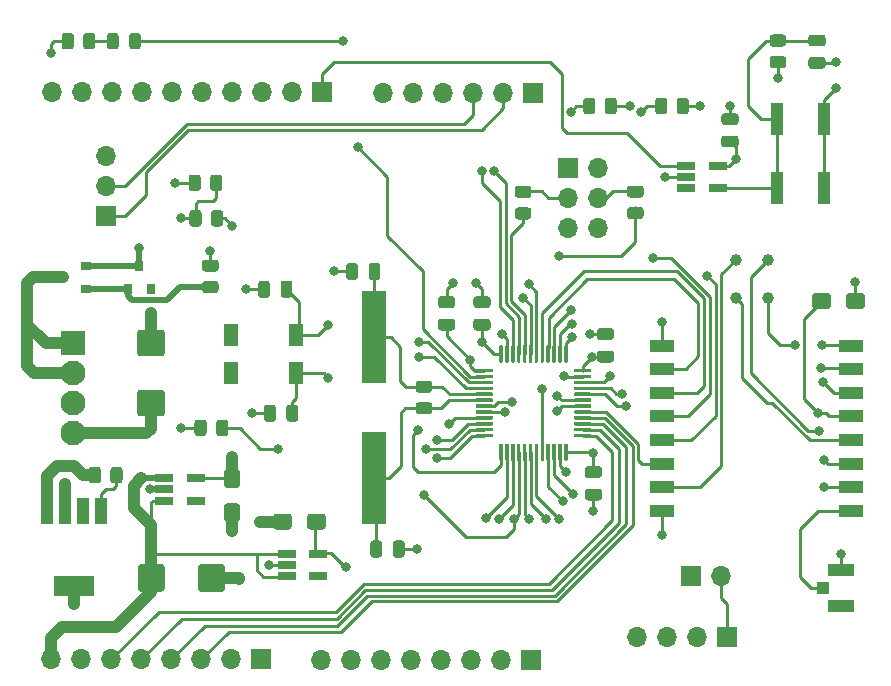
<source format=gbr>
%TF.GenerationSoftware,KiCad,Pcbnew,5.1.12-84ad8e8a86~92~ubuntu20.04.1*%
%TF.CreationDate,2022-08-01T12:29:38-07:00*%
%TF.ProjectId,LoRaXcvr_R2,4c6f5261-5863-4767-925f-52322e6b6963,rev?*%
%TF.SameCoordinates,Original*%
%TF.FileFunction,Copper,L1,Top*%
%TF.FilePolarity,Positive*%
%FSLAX46Y46*%
G04 Gerber Fmt 4.6, Leading zero omitted, Abs format (unit mm)*
G04 Created by KiCad (PCBNEW 5.1.12-84ad8e8a86~92~ubuntu20.04.1) date 2022-08-01 12:29:38*
%MOMM*%
%LPD*%
G01*
G04 APERTURE LIST*
%TA.AperFunction,ComponentPad*%
%ADD10R,1.700000X1.700000*%
%TD*%
%TA.AperFunction,ComponentPad*%
%ADD11O,1.700000X1.700000*%
%TD*%
%TA.AperFunction,SMDPad,CuDef*%
%ADD12R,1.000000X1.000000*%
%TD*%
%TA.AperFunction,SMDPad,CuDef*%
%ADD13R,2.200000X1.000000*%
%TD*%
%TA.AperFunction,ComponentPad*%
%ADD14R,2.100000X2.100000*%
%TD*%
%TA.AperFunction,ComponentPad*%
%ADD15C,2.100000*%
%TD*%
%TA.AperFunction,SMDPad,CuDef*%
%ADD16R,2.000000X7.875000*%
%TD*%
%TA.AperFunction,SMDPad,CuDef*%
%ADD17R,1.000000X2.200000*%
%TD*%
%TA.AperFunction,SMDPad,CuDef*%
%ADD18R,3.400000X1.800000*%
%TD*%
%TA.AperFunction,SMDPad,CuDef*%
%ADD19R,1.000000X2.800000*%
%TD*%
%TA.AperFunction,SMDPad,CuDef*%
%ADD20R,2.000000X1.000000*%
%TD*%
%TA.AperFunction,SMDPad,CuDef*%
%ADD21R,1.560000X0.650000*%
%TD*%
%TA.AperFunction,SMDPad,CuDef*%
%ADD22R,1.300000X1.900000*%
%TD*%
%TA.AperFunction,SMDPad,CuDef*%
%ADD23R,0.900000X0.800000*%
%TD*%
%TA.AperFunction,SMDPad,CuDef*%
%ADD24R,0.800000X0.900000*%
%TD*%
%TA.AperFunction,ComponentPad*%
%ADD25C,1.000000*%
%TD*%
%TA.AperFunction,ViaPad*%
%ADD26C,0.800000*%
%TD*%
%TA.AperFunction,Conductor*%
%ADD27C,0.250000*%
%TD*%
%TA.AperFunction,Conductor*%
%ADD28C,1.016000*%
%TD*%
%TA.AperFunction,Conductor*%
%ADD29C,0.508000*%
%TD*%
G04 APERTURE END LIST*
%TO.P,U4,1*%
%TO.N,+3V3*%
%TA.AperFunction,SMDPad,CuDef*%
G36*
G01*
X143563000Y-68572000D02*
X143563000Y-68422000D01*
G75*
G02*
X143638000Y-68347000I75000J0D01*
G01*
X144963000Y-68347000D01*
G75*
G02*
X145038000Y-68422000I0J-75000D01*
G01*
X145038000Y-68572000D01*
G75*
G02*
X144963000Y-68647000I-75000J0D01*
G01*
X143638000Y-68647000D01*
G75*
G02*
X143563000Y-68572000I0J75000D01*
G01*
G37*
%TD.AperFunction*%
%TO.P,U4,2*%
%TO.N,/LED0*%
%TA.AperFunction,SMDPad,CuDef*%
G36*
G01*
X143563000Y-69072000D02*
X143563000Y-68922000D01*
G75*
G02*
X143638000Y-68847000I75000J0D01*
G01*
X144963000Y-68847000D01*
G75*
G02*
X145038000Y-68922000I0J-75000D01*
G01*
X145038000Y-69072000D01*
G75*
G02*
X144963000Y-69147000I-75000J0D01*
G01*
X143638000Y-69147000D01*
G75*
G02*
X143563000Y-69072000I0J75000D01*
G01*
G37*
%TD.AperFunction*%
%TO.P,U4,3*%
%TO.N,/CLK32K0*%
%TA.AperFunction,SMDPad,CuDef*%
G36*
G01*
X143563000Y-69572000D02*
X143563000Y-69422000D01*
G75*
G02*
X143638000Y-69347000I75000J0D01*
G01*
X144963000Y-69347000D01*
G75*
G02*
X145038000Y-69422000I0J-75000D01*
G01*
X145038000Y-69572000D01*
G75*
G02*
X144963000Y-69647000I-75000J0D01*
G01*
X143638000Y-69647000D01*
G75*
G02*
X143563000Y-69572000I0J75000D01*
G01*
G37*
%TD.AperFunction*%
%TO.P,U4,4*%
%TO.N,/CLK32K1*%
%TA.AperFunction,SMDPad,CuDef*%
G36*
G01*
X143563000Y-70072000D02*
X143563000Y-69922000D01*
G75*
G02*
X143638000Y-69847000I75000J0D01*
G01*
X144963000Y-69847000D01*
G75*
G02*
X145038000Y-69922000I0J-75000D01*
G01*
X145038000Y-70072000D01*
G75*
G02*
X144963000Y-70147000I-75000J0D01*
G01*
X143638000Y-70147000D01*
G75*
G02*
X143563000Y-70072000I0J75000D01*
G01*
G37*
%TD.AperFunction*%
%TO.P,U4,5*%
%TO.N,/CLKPH0*%
%TA.AperFunction,SMDPad,CuDef*%
G36*
G01*
X143563000Y-70572000D02*
X143563000Y-70422000D01*
G75*
G02*
X143638000Y-70347000I75000J0D01*
G01*
X144963000Y-70347000D01*
G75*
G02*
X145038000Y-70422000I0J-75000D01*
G01*
X145038000Y-70572000D01*
G75*
G02*
X144963000Y-70647000I-75000J0D01*
G01*
X143638000Y-70647000D01*
G75*
G02*
X143563000Y-70572000I0J75000D01*
G01*
G37*
%TD.AperFunction*%
%TO.P,U4,6*%
%TO.N,/CLKPH1*%
%TA.AperFunction,SMDPad,CuDef*%
G36*
G01*
X143563000Y-71072000D02*
X143563000Y-70922000D01*
G75*
G02*
X143638000Y-70847000I75000J0D01*
G01*
X144963000Y-70847000D01*
G75*
G02*
X145038000Y-70922000I0J-75000D01*
G01*
X145038000Y-71072000D01*
G75*
G02*
X144963000Y-71147000I-75000J0D01*
G01*
X143638000Y-71147000D01*
G75*
G02*
X143563000Y-71072000I0J75000D01*
G01*
G37*
%TD.AperFunction*%
%TO.P,U4,7*%
%TO.N,/NRST*%
%TA.AperFunction,SMDPad,CuDef*%
G36*
G01*
X143563000Y-71572000D02*
X143563000Y-71422000D01*
G75*
G02*
X143638000Y-71347000I75000J0D01*
G01*
X144963000Y-71347000D01*
G75*
G02*
X145038000Y-71422000I0J-75000D01*
G01*
X145038000Y-71572000D01*
G75*
G02*
X144963000Y-71647000I-75000J0D01*
G01*
X143638000Y-71647000D01*
G75*
G02*
X143563000Y-71572000I0J75000D01*
G01*
G37*
%TD.AperFunction*%
%TO.P,U4,8*%
%TO.N,GND*%
%TA.AperFunction,SMDPad,CuDef*%
G36*
G01*
X143563000Y-72072000D02*
X143563000Y-71922000D01*
G75*
G02*
X143638000Y-71847000I75000J0D01*
G01*
X144963000Y-71847000D01*
G75*
G02*
X145038000Y-71922000I0J-75000D01*
G01*
X145038000Y-72072000D01*
G75*
G02*
X144963000Y-72147000I-75000J0D01*
G01*
X143638000Y-72147000D01*
G75*
G02*
X143563000Y-72072000I0J75000D01*
G01*
G37*
%TD.AperFunction*%
%TO.P,U4,9*%
%TO.N,+3.3VADC*%
%TA.AperFunction,SMDPad,CuDef*%
G36*
G01*
X143563000Y-72572000D02*
X143563000Y-72422000D01*
G75*
G02*
X143638000Y-72347000I75000J0D01*
G01*
X144963000Y-72347000D01*
G75*
G02*
X145038000Y-72422000I0J-75000D01*
G01*
X145038000Y-72572000D01*
G75*
G02*
X144963000Y-72647000I-75000J0D01*
G01*
X143638000Y-72647000D01*
G75*
G02*
X143563000Y-72572000I0J75000D01*
G01*
G37*
%TD.AperFunction*%
%TO.P,U4,10*%
%TO.N,/PA0*%
%TA.AperFunction,SMDPad,CuDef*%
G36*
G01*
X143563000Y-73072000D02*
X143563000Y-72922000D01*
G75*
G02*
X143638000Y-72847000I75000J0D01*
G01*
X144963000Y-72847000D01*
G75*
G02*
X145038000Y-72922000I0J-75000D01*
G01*
X145038000Y-73072000D01*
G75*
G02*
X144963000Y-73147000I-75000J0D01*
G01*
X143638000Y-73147000D01*
G75*
G02*
X143563000Y-73072000I0J75000D01*
G01*
G37*
%TD.AperFunction*%
%TO.P,U4,11*%
%TO.N,/PA1*%
%TA.AperFunction,SMDPad,CuDef*%
G36*
G01*
X143563000Y-73572000D02*
X143563000Y-73422000D01*
G75*
G02*
X143638000Y-73347000I75000J0D01*
G01*
X144963000Y-73347000D01*
G75*
G02*
X145038000Y-73422000I0J-75000D01*
G01*
X145038000Y-73572000D01*
G75*
G02*
X144963000Y-73647000I-75000J0D01*
G01*
X143638000Y-73647000D01*
G75*
G02*
X143563000Y-73572000I0J75000D01*
G01*
G37*
%TD.AperFunction*%
%TO.P,U4,12*%
%TO.N,/PA2*%
%TA.AperFunction,SMDPad,CuDef*%
G36*
G01*
X143563000Y-74072000D02*
X143563000Y-73922000D01*
G75*
G02*
X143638000Y-73847000I75000J0D01*
G01*
X144963000Y-73847000D01*
G75*
G02*
X145038000Y-73922000I0J-75000D01*
G01*
X145038000Y-74072000D01*
G75*
G02*
X144963000Y-74147000I-75000J0D01*
G01*
X143638000Y-74147000D01*
G75*
G02*
X143563000Y-74072000I0J75000D01*
G01*
G37*
%TD.AperFunction*%
%TO.P,U4,13*%
%TO.N,/PA3*%
%TA.AperFunction,SMDPad,CuDef*%
G36*
G01*
X145563000Y-76072000D02*
X145563000Y-74747000D01*
G75*
G02*
X145638000Y-74672000I75000J0D01*
G01*
X145788000Y-74672000D01*
G75*
G02*
X145863000Y-74747000I0J-75000D01*
G01*
X145863000Y-76072000D01*
G75*
G02*
X145788000Y-76147000I-75000J0D01*
G01*
X145638000Y-76147000D01*
G75*
G02*
X145563000Y-76072000I0J75000D01*
G01*
G37*
%TD.AperFunction*%
%TO.P,U4,14*%
%TO.N,/DAC_OUT1*%
%TA.AperFunction,SMDPad,CuDef*%
G36*
G01*
X146063000Y-76072000D02*
X146063000Y-74747000D01*
G75*
G02*
X146138000Y-74672000I75000J0D01*
G01*
X146288000Y-74672000D01*
G75*
G02*
X146363000Y-74747000I0J-75000D01*
G01*
X146363000Y-76072000D01*
G75*
G02*
X146288000Y-76147000I-75000J0D01*
G01*
X146138000Y-76147000D01*
G75*
G02*
X146063000Y-76072000I0J75000D01*
G01*
G37*
%TD.AperFunction*%
%TO.P,U4,15*%
%TO.N,/DAC_OUT2*%
%TA.AperFunction,SMDPad,CuDef*%
G36*
G01*
X146563000Y-76072000D02*
X146563000Y-74747000D01*
G75*
G02*
X146638000Y-74672000I75000J0D01*
G01*
X146788000Y-74672000D01*
G75*
G02*
X146863000Y-74747000I0J-75000D01*
G01*
X146863000Y-76072000D01*
G75*
G02*
X146788000Y-76147000I-75000J0D01*
G01*
X146638000Y-76147000D01*
G75*
G02*
X146563000Y-76072000I0J75000D01*
G01*
G37*
%TD.AperFunction*%
%TO.P,U4,16*%
%TO.N,/ADC_IN6*%
%TA.AperFunction,SMDPad,CuDef*%
G36*
G01*
X147063000Y-76072000D02*
X147063000Y-74747000D01*
G75*
G02*
X147138000Y-74672000I75000J0D01*
G01*
X147288000Y-74672000D01*
G75*
G02*
X147363000Y-74747000I0J-75000D01*
G01*
X147363000Y-76072000D01*
G75*
G02*
X147288000Y-76147000I-75000J0D01*
G01*
X147138000Y-76147000D01*
G75*
G02*
X147063000Y-76072000I0J75000D01*
G01*
G37*
%TD.AperFunction*%
%TO.P,U4,17*%
%TO.N,/ADC_IN7*%
%TA.AperFunction,SMDPad,CuDef*%
G36*
G01*
X147563000Y-76072000D02*
X147563000Y-74747000D01*
G75*
G02*
X147638000Y-74672000I75000J0D01*
G01*
X147788000Y-74672000D01*
G75*
G02*
X147863000Y-74747000I0J-75000D01*
G01*
X147863000Y-76072000D01*
G75*
G02*
X147788000Y-76147000I-75000J0D01*
G01*
X147638000Y-76147000D01*
G75*
G02*
X147563000Y-76072000I0J75000D01*
G01*
G37*
%TD.AperFunction*%
%TO.P,U4,18*%
%TO.N,/ADC_IN8*%
%TA.AperFunction,SMDPad,CuDef*%
G36*
G01*
X148063000Y-76072000D02*
X148063000Y-74747000D01*
G75*
G02*
X148138000Y-74672000I75000J0D01*
G01*
X148288000Y-74672000D01*
G75*
G02*
X148363000Y-74747000I0J-75000D01*
G01*
X148363000Y-76072000D01*
G75*
G02*
X148288000Y-76147000I-75000J0D01*
G01*
X148138000Y-76147000D01*
G75*
G02*
X148063000Y-76072000I0J75000D01*
G01*
G37*
%TD.AperFunction*%
%TO.P,U4,19*%
%TO.N,/ADC_IN9*%
%TA.AperFunction,SMDPad,CuDef*%
G36*
G01*
X148563000Y-76072000D02*
X148563000Y-74747000D01*
G75*
G02*
X148638000Y-74672000I75000J0D01*
G01*
X148788000Y-74672000D01*
G75*
G02*
X148863000Y-74747000I0J-75000D01*
G01*
X148863000Y-76072000D01*
G75*
G02*
X148788000Y-76147000I-75000J0D01*
G01*
X148638000Y-76147000D01*
G75*
G02*
X148563000Y-76072000I0J75000D01*
G01*
G37*
%TD.AperFunction*%
%TO.P,U4,20*%
%TO.N,/BOOT1*%
%TA.AperFunction,SMDPad,CuDef*%
G36*
G01*
X149063000Y-76072000D02*
X149063000Y-74747000D01*
G75*
G02*
X149138000Y-74672000I75000J0D01*
G01*
X149288000Y-74672000D01*
G75*
G02*
X149363000Y-74747000I0J-75000D01*
G01*
X149363000Y-76072000D01*
G75*
G02*
X149288000Y-76147000I-75000J0D01*
G01*
X149138000Y-76147000D01*
G75*
G02*
X149063000Y-76072000I0J75000D01*
G01*
G37*
%TD.AperFunction*%
%TO.P,U4,21*%
%TO.N,/PB10*%
%TA.AperFunction,SMDPad,CuDef*%
G36*
G01*
X149563000Y-76072000D02*
X149563000Y-74747000D01*
G75*
G02*
X149638000Y-74672000I75000J0D01*
G01*
X149788000Y-74672000D01*
G75*
G02*
X149863000Y-74747000I0J-75000D01*
G01*
X149863000Y-76072000D01*
G75*
G02*
X149788000Y-76147000I-75000J0D01*
G01*
X149638000Y-76147000D01*
G75*
G02*
X149563000Y-76072000I0J75000D01*
G01*
G37*
%TD.AperFunction*%
%TO.P,U4,22*%
%TO.N,/PB11*%
%TA.AperFunction,SMDPad,CuDef*%
G36*
G01*
X150063000Y-76072000D02*
X150063000Y-74747000D01*
G75*
G02*
X150138000Y-74672000I75000J0D01*
G01*
X150288000Y-74672000D01*
G75*
G02*
X150363000Y-74747000I0J-75000D01*
G01*
X150363000Y-76072000D01*
G75*
G02*
X150288000Y-76147000I-75000J0D01*
G01*
X150138000Y-76147000D01*
G75*
G02*
X150063000Y-76072000I0J75000D01*
G01*
G37*
%TD.AperFunction*%
%TO.P,U4,23*%
%TO.N,GND*%
%TA.AperFunction,SMDPad,CuDef*%
G36*
G01*
X150563000Y-76072000D02*
X150563000Y-74747000D01*
G75*
G02*
X150638000Y-74672000I75000J0D01*
G01*
X150788000Y-74672000D01*
G75*
G02*
X150863000Y-74747000I0J-75000D01*
G01*
X150863000Y-76072000D01*
G75*
G02*
X150788000Y-76147000I-75000J0D01*
G01*
X150638000Y-76147000D01*
G75*
G02*
X150563000Y-76072000I0J75000D01*
G01*
G37*
%TD.AperFunction*%
%TO.P,U4,24*%
%TO.N,+3V3*%
%TA.AperFunction,SMDPad,CuDef*%
G36*
G01*
X151063000Y-76072000D02*
X151063000Y-74747000D01*
G75*
G02*
X151138000Y-74672000I75000J0D01*
G01*
X151288000Y-74672000D01*
G75*
G02*
X151363000Y-74747000I0J-75000D01*
G01*
X151363000Y-76072000D01*
G75*
G02*
X151288000Y-76147000I-75000J0D01*
G01*
X151138000Y-76147000D01*
G75*
G02*
X151063000Y-76072000I0J75000D01*
G01*
G37*
%TD.AperFunction*%
%TO.P,U4,25*%
%TO.N,/PB12*%
%TA.AperFunction,SMDPad,CuDef*%
G36*
G01*
X151888000Y-74072000D02*
X151888000Y-73922000D01*
G75*
G02*
X151963000Y-73847000I75000J0D01*
G01*
X153288000Y-73847000D01*
G75*
G02*
X153363000Y-73922000I0J-75000D01*
G01*
X153363000Y-74072000D01*
G75*
G02*
X153288000Y-74147000I-75000J0D01*
G01*
X151963000Y-74147000D01*
G75*
G02*
X151888000Y-74072000I0J75000D01*
G01*
G37*
%TD.AperFunction*%
%TO.P,U4,26*%
%TO.N,/PB13*%
%TA.AperFunction,SMDPad,CuDef*%
G36*
G01*
X151888000Y-73572000D02*
X151888000Y-73422000D01*
G75*
G02*
X151963000Y-73347000I75000J0D01*
G01*
X153288000Y-73347000D01*
G75*
G02*
X153363000Y-73422000I0J-75000D01*
G01*
X153363000Y-73572000D01*
G75*
G02*
X153288000Y-73647000I-75000J0D01*
G01*
X151963000Y-73647000D01*
G75*
G02*
X151888000Y-73572000I0J75000D01*
G01*
G37*
%TD.AperFunction*%
%TO.P,U4,27*%
%TO.N,/PB14*%
%TA.AperFunction,SMDPad,CuDef*%
G36*
G01*
X151888000Y-73072000D02*
X151888000Y-72922000D01*
G75*
G02*
X151963000Y-72847000I75000J0D01*
G01*
X153288000Y-72847000D01*
G75*
G02*
X153363000Y-72922000I0J-75000D01*
G01*
X153363000Y-73072000D01*
G75*
G02*
X153288000Y-73147000I-75000J0D01*
G01*
X151963000Y-73147000D01*
G75*
G02*
X151888000Y-73072000I0J75000D01*
G01*
G37*
%TD.AperFunction*%
%TO.P,U4,28*%
%TO.N,/PB15*%
%TA.AperFunction,SMDPad,CuDef*%
G36*
G01*
X151888000Y-72572000D02*
X151888000Y-72422000D01*
G75*
G02*
X151963000Y-72347000I75000J0D01*
G01*
X153288000Y-72347000D01*
G75*
G02*
X153363000Y-72422000I0J-75000D01*
G01*
X153363000Y-72572000D01*
G75*
G02*
X153288000Y-72647000I-75000J0D01*
G01*
X151963000Y-72647000D01*
G75*
G02*
X151888000Y-72572000I0J75000D01*
G01*
G37*
%TD.AperFunction*%
%TO.P,U4,29*%
%TO.N,/NRST_LORA*%
%TA.AperFunction,SMDPad,CuDef*%
G36*
G01*
X151888000Y-72072000D02*
X151888000Y-71922000D01*
G75*
G02*
X151963000Y-71847000I75000J0D01*
G01*
X153288000Y-71847000D01*
G75*
G02*
X153363000Y-71922000I0J-75000D01*
G01*
X153363000Y-72072000D01*
G75*
G02*
X153288000Y-72147000I-75000J0D01*
G01*
X151963000Y-72147000D01*
G75*
G02*
X151888000Y-72072000I0J75000D01*
G01*
G37*
%TD.AperFunction*%
%TO.P,U4,30*%
%TO.N,/PA9*%
%TA.AperFunction,SMDPad,CuDef*%
G36*
G01*
X151888000Y-71572000D02*
X151888000Y-71422000D01*
G75*
G02*
X151963000Y-71347000I75000J0D01*
G01*
X153288000Y-71347000D01*
G75*
G02*
X153363000Y-71422000I0J-75000D01*
G01*
X153363000Y-71572000D01*
G75*
G02*
X153288000Y-71647000I-75000J0D01*
G01*
X151963000Y-71647000D01*
G75*
G02*
X151888000Y-71572000I0J75000D01*
G01*
G37*
%TD.AperFunction*%
%TO.P,U4,31*%
%TO.N,/PA10*%
%TA.AperFunction,SMDPad,CuDef*%
G36*
G01*
X151888000Y-71072000D02*
X151888000Y-70922000D01*
G75*
G02*
X151963000Y-70847000I75000J0D01*
G01*
X153288000Y-70847000D01*
G75*
G02*
X153363000Y-70922000I0J-75000D01*
G01*
X153363000Y-71072000D01*
G75*
G02*
X153288000Y-71147000I-75000J0D01*
G01*
X151963000Y-71147000D01*
G75*
G02*
X151888000Y-71072000I0J75000D01*
G01*
G37*
%TD.AperFunction*%
%TO.P,U4,32*%
%TO.N,/RX_DONE*%
%TA.AperFunction,SMDPad,CuDef*%
G36*
G01*
X151888000Y-70572000D02*
X151888000Y-70422000D01*
G75*
G02*
X151963000Y-70347000I75000J0D01*
G01*
X153288000Y-70347000D01*
G75*
G02*
X153363000Y-70422000I0J-75000D01*
G01*
X153363000Y-70572000D01*
G75*
G02*
X153288000Y-70647000I-75000J0D01*
G01*
X151963000Y-70647000D01*
G75*
G02*
X151888000Y-70572000I0J75000D01*
G01*
G37*
%TD.AperFunction*%
%TO.P,U4,33*%
%TO.N,/RX_TIMEOUT*%
%TA.AperFunction,SMDPad,CuDef*%
G36*
G01*
X151888000Y-70072000D02*
X151888000Y-69922000D01*
G75*
G02*
X151963000Y-69847000I75000J0D01*
G01*
X153288000Y-69847000D01*
G75*
G02*
X153363000Y-69922000I0J-75000D01*
G01*
X153363000Y-70072000D01*
G75*
G02*
X153288000Y-70147000I-75000J0D01*
G01*
X151963000Y-70147000D01*
G75*
G02*
X151888000Y-70072000I0J75000D01*
G01*
G37*
%TD.AperFunction*%
%TO.P,U4,34*%
%TO.N,/SWDIO*%
%TA.AperFunction,SMDPad,CuDef*%
G36*
G01*
X151888000Y-69572000D02*
X151888000Y-69422000D01*
G75*
G02*
X151963000Y-69347000I75000J0D01*
G01*
X153288000Y-69347000D01*
G75*
G02*
X153363000Y-69422000I0J-75000D01*
G01*
X153363000Y-69572000D01*
G75*
G02*
X153288000Y-69647000I-75000J0D01*
G01*
X151963000Y-69647000D01*
G75*
G02*
X151888000Y-69572000I0J75000D01*
G01*
G37*
%TD.AperFunction*%
%TO.P,U4,35*%
%TO.N,GND*%
%TA.AperFunction,SMDPad,CuDef*%
G36*
G01*
X151888000Y-69072000D02*
X151888000Y-68922000D01*
G75*
G02*
X151963000Y-68847000I75000J0D01*
G01*
X153288000Y-68847000D01*
G75*
G02*
X153363000Y-68922000I0J-75000D01*
G01*
X153363000Y-69072000D01*
G75*
G02*
X153288000Y-69147000I-75000J0D01*
G01*
X151963000Y-69147000D01*
G75*
G02*
X151888000Y-69072000I0J75000D01*
G01*
G37*
%TD.AperFunction*%
%TO.P,U4,36*%
%TO.N,+3V3*%
%TA.AperFunction,SMDPad,CuDef*%
G36*
G01*
X151888000Y-68572000D02*
X151888000Y-68422000D01*
G75*
G02*
X151963000Y-68347000I75000J0D01*
G01*
X153288000Y-68347000D01*
G75*
G02*
X153363000Y-68422000I0J-75000D01*
G01*
X153363000Y-68572000D01*
G75*
G02*
X153288000Y-68647000I-75000J0D01*
G01*
X151963000Y-68647000D01*
G75*
G02*
X151888000Y-68572000I0J75000D01*
G01*
G37*
%TD.AperFunction*%
%TO.P,U4,37*%
%TO.N,/SWCLK*%
%TA.AperFunction,SMDPad,CuDef*%
G36*
G01*
X151063000Y-67747000D02*
X151063000Y-66422000D01*
G75*
G02*
X151138000Y-66347000I75000J0D01*
G01*
X151288000Y-66347000D01*
G75*
G02*
X151363000Y-66422000I0J-75000D01*
G01*
X151363000Y-67747000D01*
G75*
G02*
X151288000Y-67822000I-75000J0D01*
G01*
X151138000Y-67822000D01*
G75*
G02*
X151063000Y-67747000I0J75000D01*
G01*
G37*
%TD.AperFunction*%
%TO.P,U4,38*%
%TO.N,/NSS1*%
%TA.AperFunction,SMDPad,CuDef*%
G36*
G01*
X150563000Y-67747000D02*
X150563000Y-66422000D01*
G75*
G02*
X150638000Y-66347000I75000J0D01*
G01*
X150788000Y-66347000D01*
G75*
G02*
X150863000Y-66422000I0J-75000D01*
G01*
X150863000Y-67747000D01*
G75*
G02*
X150788000Y-67822000I-75000J0D01*
G01*
X150638000Y-67822000D01*
G75*
G02*
X150563000Y-67747000I0J75000D01*
G01*
G37*
%TD.AperFunction*%
%TO.P,U4,39*%
%TO.N,/SCK1*%
%TA.AperFunction,SMDPad,CuDef*%
G36*
G01*
X150063000Y-67747000D02*
X150063000Y-66422000D01*
G75*
G02*
X150138000Y-66347000I75000J0D01*
G01*
X150288000Y-66347000D01*
G75*
G02*
X150363000Y-66422000I0J-75000D01*
G01*
X150363000Y-67747000D01*
G75*
G02*
X150288000Y-67822000I-75000J0D01*
G01*
X150138000Y-67822000D01*
G75*
G02*
X150063000Y-67747000I0J75000D01*
G01*
G37*
%TD.AperFunction*%
%TO.P,U4,40*%
%TO.N,/MISO1*%
%TA.AperFunction,SMDPad,CuDef*%
G36*
G01*
X149563000Y-67747000D02*
X149563000Y-66422000D01*
G75*
G02*
X149638000Y-66347000I75000J0D01*
G01*
X149788000Y-66347000D01*
G75*
G02*
X149863000Y-66422000I0J-75000D01*
G01*
X149863000Y-67747000D01*
G75*
G02*
X149788000Y-67822000I-75000J0D01*
G01*
X149638000Y-67822000D01*
G75*
G02*
X149563000Y-67747000I0J75000D01*
G01*
G37*
%TD.AperFunction*%
%TO.P,U4,41*%
%TO.N,/MOSI1*%
%TA.AperFunction,SMDPad,CuDef*%
G36*
G01*
X149063000Y-67747000D02*
X149063000Y-66422000D01*
G75*
G02*
X149138000Y-66347000I75000J0D01*
G01*
X149288000Y-66347000D01*
G75*
G02*
X149363000Y-66422000I0J-75000D01*
G01*
X149363000Y-67747000D01*
G75*
G02*
X149288000Y-67822000I-75000J0D01*
G01*
X149138000Y-67822000D01*
G75*
G02*
X149063000Y-67747000I0J75000D01*
G01*
G37*
%TD.AperFunction*%
%TO.P,U4,42*%
%TO.N,/UART1_TXD*%
%TA.AperFunction,SMDPad,CuDef*%
G36*
G01*
X148563000Y-67747000D02*
X148563000Y-66422000D01*
G75*
G02*
X148638000Y-66347000I75000J0D01*
G01*
X148788000Y-66347000D01*
G75*
G02*
X148863000Y-66422000I0J-75000D01*
G01*
X148863000Y-67747000D01*
G75*
G02*
X148788000Y-67822000I-75000J0D01*
G01*
X148638000Y-67822000D01*
G75*
G02*
X148563000Y-67747000I0J75000D01*
G01*
G37*
%TD.AperFunction*%
%TO.P,U4,43*%
%TO.N,/UART1_RXD*%
%TA.AperFunction,SMDPad,CuDef*%
G36*
G01*
X148063000Y-67747000D02*
X148063000Y-66422000D01*
G75*
G02*
X148138000Y-66347000I75000J0D01*
G01*
X148288000Y-66347000D01*
G75*
G02*
X148363000Y-66422000I0J-75000D01*
G01*
X148363000Y-67747000D01*
G75*
G02*
X148288000Y-67822000I-75000J0D01*
G01*
X148138000Y-67822000D01*
G75*
G02*
X148063000Y-67747000I0J75000D01*
G01*
G37*
%TD.AperFunction*%
%TO.P,U4,44*%
%TO.N,/BOOT0*%
%TA.AperFunction,SMDPad,CuDef*%
G36*
G01*
X147563000Y-67747000D02*
X147563000Y-66422000D01*
G75*
G02*
X147638000Y-66347000I75000J0D01*
G01*
X147788000Y-66347000D01*
G75*
G02*
X147863000Y-66422000I0J-75000D01*
G01*
X147863000Y-67747000D01*
G75*
G02*
X147788000Y-67822000I-75000J0D01*
G01*
X147638000Y-67822000D01*
G75*
G02*
X147563000Y-67747000I0J75000D01*
G01*
G37*
%TD.AperFunction*%
%TO.P,U4,45*%
%TO.N,/I2C1_SCL*%
%TA.AperFunction,SMDPad,CuDef*%
G36*
G01*
X147063000Y-67747000D02*
X147063000Y-66422000D01*
G75*
G02*
X147138000Y-66347000I75000J0D01*
G01*
X147288000Y-66347000D01*
G75*
G02*
X147363000Y-66422000I0J-75000D01*
G01*
X147363000Y-67747000D01*
G75*
G02*
X147288000Y-67822000I-75000J0D01*
G01*
X147138000Y-67822000D01*
G75*
G02*
X147063000Y-67747000I0J75000D01*
G01*
G37*
%TD.AperFunction*%
%TO.P,U4,46*%
%TO.N,/I2C1_SDA*%
%TA.AperFunction,SMDPad,CuDef*%
G36*
G01*
X146563000Y-67747000D02*
X146563000Y-66422000D01*
G75*
G02*
X146638000Y-66347000I75000J0D01*
G01*
X146788000Y-66347000D01*
G75*
G02*
X146863000Y-66422000I0J-75000D01*
G01*
X146863000Y-67747000D01*
G75*
G02*
X146788000Y-67822000I-75000J0D01*
G01*
X146638000Y-67822000D01*
G75*
G02*
X146563000Y-67747000I0J75000D01*
G01*
G37*
%TD.AperFunction*%
%TO.P,U4,47*%
%TO.N,GND*%
%TA.AperFunction,SMDPad,CuDef*%
G36*
G01*
X146063000Y-67747000D02*
X146063000Y-66422000D01*
G75*
G02*
X146138000Y-66347000I75000J0D01*
G01*
X146288000Y-66347000D01*
G75*
G02*
X146363000Y-66422000I0J-75000D01*
G01*
X146363000Y-67747000D01*
G75*
G02*
X146288000Y-67822000I-75000J0D01*
G01*
X146138000Y-67822000D01*
G75*
G02*
X146063000Y-67747000I0J75000D01*
G01*
G37*
%TD.AperFunction*%
%TO.P,U4,48*%
%TO.N,+3V3*%
%TA.AperFunction,SMDPad,CuDef*%
G36*
G01*
X145563000Y-67747000D02*
X145563000Y-66422000D01*
G75*
G02*
X145638000Y-66347000I75000J0D01*
G01*
X145788000Y-66347000D01*
G75*
G02*
X145863000Y-66422000I0J-75000D01*
G01*
X145863000Y-67747000D01*
G75*
G02*
X145788000Y-67822000I-75000J0D01*
G01*
X145638000Y-67822000D01*
G75*
G02*
X145563000Y-67747000I0J75000D01*
G01*
G37*
%TD.AperFunction*%
%TD*%
D10*
%TO.P,J8,1*%
%TO.N,+3V3*%
X148437600Y-44958000D03*
D11*
%TO.P,J8,2*%
%TO.N,/UART1_TXD*%
X145897600Y-44958000D03*
%TO.P,J8,3*%
%TO.N,/UART1_RXD*%
X143357600Y-44958000D03*
%TO.P,J8,4*%
%TO.N,GND*%
X140817600Y-44958000D03*
%TO.P,J8,5*%
%TO.N,/I2C1_SCL*%
X138277600Y-44958000D03*
%TO.P,J8,6*%
%TO.N,/I2C1_SDA*%
X135737600Y-44958000D03*
%TD*%
D10*
%TO.P,J10,1*%
%TO.N,/PB10*%
X125432820Y-92933520D03*
D11*
%TO.P,J10,2*%
%TO.N,/PB11*%
X122892820Y-92933520D03*
%TO.P,J10,3*%
%TO.N,/PB15*%
X120352820Y-92933520D03*
%TO.P,J10,4*%
%TO.N,/PB14*%
X117812820Y-92933520D03*
%TO.P,J10,5*%
%TO.N,/PB13*%
X115272820Y-92933520D03*
%TO.P,J10,6*%
%TO.N,/PB12*%
X112732820Y-92933520D03*
%TO.P,J10,7*%
%TO.N,GND*%
X110192820Y-92933520D03*
%TO.P,J10,8*%
%TO.N,+5V*%
X107652820Y-92933520D03*
%TD*%
D12*
%TO.P,AE1,1*%
%TO.N,Net-(AE1-Pad1)*%
X172998000Y-86892000D03*
D13*
%TO.P,AE1,2*%
%TO.N,GND*%
X174498000Y-85392000D03*
%TO.P,AE1,3*%
%TO.N,N/C*%
X174498000Y-88392000D03*
%TD*%
%TO.P,C1,1*%
%TO.N,Net-(C1-Pad1)*%
%TA.AperFunction,SMDPad,CuDef*%
G36*
G01*
X115152999Y-65022000D02*
X117003001Y-65022000D01*
G75*
G02*
X117253000Y-65271999I0J-249999D01*
G01*
X117253000Y-67022001D01*
G75*
G02*
X117003001Y-67272000I-249999J0D01*
G01*
X115152999Y-67272000D01*
G75*
G02*
X114903000Y-67022001I0J249999D01*
G01*
X114903000Y-65271999D01*
G75*
G02*
X115152999Y-65022000I249999J0D01*
G01*
G37*
%TD.AperFunction*%
%TO.P,C1,2*%
%TO.N,GND*%
%TA.AperFunction,SMDPad,CuDef*%
G36*
G01*
X115152999Y-70122000D02*
X117003001Y-70122000D01*
G75*
G02*
X117253000Y-70371999I0J-249999D01*
G01*
X117253000Y-72122001D01*
G75*
G02*
X117003001Y-72372000I-249999J0D01*
G01*
X115152999Y-72372000D01*
G75*
G02*
X114903000Y-72122001I0J249999D01*
G01*
X114903000Y-70371999D01*
G75*
G02*
X115152999Y-70122000I249999J0D01*
G01*
G37*
%TD.AperFunction*%
%TD*%
%TO.P,C6,2*%
%TO.N,GND*%
%TA.AperFunction,SMDPad,CuDef*%
G36*
G01*
X120078400Y-86972581D02*
X120078400Y-85122579D01*
G75*
G02*
X120328399Y-84872580I249999J0D01*
G01*
X122078401Y-84872580D01*
G75*
G02*
X122328400Y-85122579I0J-249999D01*
G01*
X122328400Y-86972581D01*
G75*
G02*
X122078401Y-87222580I-249999J0D01*
G01*
X120328399Y-87222580D01*
G75*
G02*
X120078400Y-86972581I0J249999D01*
G01*
G37*
%TD.AperFunction*%
%TO.P,C6,1*%
%TO.N,+5V*%
%TA.AperFunction,SMDPad,CuDef*%
G36*
G01*
X114978400Y-86972581D02*
X114978400Y-85122579D01*
G75*
G02*
X115228399Y-84872580I249999J0D01*
G01*
X116978401Y-84872580D01*
G75*
G02*
X117228400Y-85122579I0J-249999D01*
G01*
X117228400Y-86972581D01*
G75*
G02*
X116978401Y-87222580I-249999J0D01*
G01*
X115228399Y-87222580D01*
G75*
G02*
X114978400Y-86972581I0J249999D01*
G01*
G37*
%TD.AperFunction*%
%TD*%
%TO.P,C9,1*%
%TO.N,+3.3VADC*%
%TA.AperFunction,SMDPad,CuDef*%
G36*
G01*
X130876000Y-80854999D02*
X130876000Y-81705001D01*
G75*
G02*
X130626001Y-81955000I-249999J0D01*
G01*
X129550999Y-81955000D01*
G75*
G02*
X129301000Y-81705001I0J249999D01*
G01*
X129301000Y-80854999D01*
G75*
G02*
X129550999Y-80605000I249999J0D01*
G01*
X130626001Y-80605000D01*
G75*
G02*
X130876000Y-80854999I0J-249999D01*
G01*
G37*
%TD.AperFunction*%
%TO.P,C9,2*%
%TO.N,GND*%
%TA.AperFunction,SMDPad,CuDef*%
G36*
G01*
X128001000Y-80854999D02*
X128001000Y-81705001D01*
G75*
G02*
X127751001Y-81955000I-249999J0D01*
G01*
X126675999Y-81955000D01*
G75*
G02*
X126426000Y-81705001I0J249999D01*
G01*
X126426000Y-80854999D01*
G75*
G02*
X126675999Y-80605000I249999J0D01*
G01*
X127751001Y-80605000D01*
G75*
G02*
X128001000Y-80854999I0J-249999D01*
G01*
G37*
%TD.AperFunction*%
%TD*%
D14*
%TO.P,J1,1*%
%TO.N,/BATV6*%
X109474000Y-66167000D03*
D15*
%TO.P,J1,2*%
X109474000Y-68707000D03*
%TO.P,J1,3*%
%TO.N,GND*%
X109474000Y-71247000D03*
%TO.P,J1,4*%
X109474000Y-73787000D03*
%TD*%
D10*
%TO.P,J2,1*%
%TO.N,+3V3*%
X151356060Y-51305460D03*
D11*
%TO.P,J2,2*%
X153896060Y-51305460D03*
%TO.P,J2,3*%
%TO.N,Net-(J2-Pad3)*%
X151356060Y-53845460D03*
%TO.P,J2,4*%
%TO.N,Net-(J2-Pad4)*%
X153896060Y-53845460D03*
%TO.P,J2,5*%
%TO.N,GND*%
X151356060Y-56385460D03*
%TO.P,J2,6*%
X153896060Y-56385460D03*
%TD*%
D10*
%TO.P,J4,1*%
%TO.N,+3V3*%
X161825940Y-85877400D03*
D11*
%TO.P,J4,2*%
%TO.N,Net-(J3-Pad1)*%
X164365940Y-85877400D03*
%TD*%
D16*
%TO.P,Y1,1*%
%TO.N,/CLKPH0*%
X135001000Y-65690500D03*
%TO.P,Y1,2*%
%TO.N,/CLKPH1*%
X135001000Y-77565500D03*
%TD*%
%TO.P,C8,1*%
%TO.N,+3V3*%
%TA.AperFunction,SMDPad,CuDef*%
G36*
G01*
X122510999Y-76855500D02*
X123361001Y-76855500D01*
G75*
G02*
X123611000Y-77105499I0J-249999D01*
G01*
X123611000Y-78180501D01*
G75*
G02*
X123361001Y-78430500I-249999J0D01*
G01*
X122510999Y-78430500D01*
G75*
G02*
X122261000Y-78180501I0J249999D01*
G01*
X122261000Y-77105499D01*
G75*
G02*
X122510999Y-76855500I249999J0D01*
G01*
G37*
%TD.AperFunction*%
%TO.P,C8,2*%
%TO.N,GND*%
%TA.AperFunction,SMDPad,CuDef*%
G36*
G01*
X122510999Y-79730500D02*
X123361001Y-79730500D01*
G75*
G02*
X123611000Y-79980499I0J-249999D01*
G01*
X123611000Y-81055501D01*
G75*
G02*
X123361001Y-81305500I-249999J0D01*
G01*
X122510999Y-81305500D01*
G75*
G02*
X122261000Y-81055501I0J249999D01*
G01*
X122261000Y-79980499D01*
G75*
G02*
X122510999Y-79730500I249999J0D01*
G01*
G37*
%TD.AperFunction*%
%TD*%
D17*
%TO.P,U1,4*%
%TO.N,Net-(C1-Pad1)*%
X107310360Y-80409320D03*
%TO.P,U1,2*%
%TO.N,N/C*%
X110310360Y-80409320D03*
D18*
%TO.P,U1,5*%
%TO.N,GND*%
X109560360Y-86709320D03*
D17*
%TO.P,U1,3*%
%TO.N,+5V*%
X108810360Y-80409320D03*
%TO.P,U1,1*%
%TO.N,Net-(R6-Pad2)*%
X111810360Y-80409320D03*
%TD*%
D10*
%TO.P,J6,1*%
%TO.N,GND*%
X148292820Y-92964000D03*
D11*
%TO.P,J6,2*%
%TO.N,/ADC_IN9*%
X145752820Y-92964000D03*
%TO.P,J6,3*%
%TO.N,/ADC_IN8*%
X143212820Y-92964000D03*
%TO.P,J6,4*%
%TO.N,/ADC_IN7*%
X140672820Y-92964000D03*
%TO.P,J6,5*%
%TO.N,/ADC_IN6*%
X138132820Y-92964000D03*
%TO.P,J6,6*%
%TO.N,GND*%
X135592820Y-92964000D03*
%TO.P,J6,7*%
%TO.N,/DAC_OUT2*%
X133052820Y-92964000D03*
%TO.P,J6,8*%
%TO.N,/DAC_OUT1*%
X130512820Y-92964000D03*
%TD*%
D10*
%TO.P,J7,1*%
%TO.N,/NRST*%
X130566160Y-44886880D03*
D11*
%TO.P,J7,2*%
%TO.N,+3V3*%
X128026160Y-44886880D03*
%TO.P,J7,3*%
%TO.N,/PA10*%
X125486160Y-44886880D03*
%TO.P,J7,4*%
%TO.N,/PA9*%
X122946160Y-44886880D03*
%TO.P,J7,5*%
%TO.N,/PA3*%
X120406160Y-44886880D03*
%TO.P,J7,6*%
%TO.N,/PA0*%
X117866160Y-44886880D03*
%TO.P,J7,7*%
%TO.N,/PA1*%
X115326160Y-44886880D03*
%TO.P,J7,8*%
%TO.N,/PA2*%
X112786160Y-44886880D03*
%TO.P,J7,9*%
%TO.N,N/C*%
X110246160Y-44886880D03*
%TO.P,J7,10*%
%TO.N,GND*%
X107706160Y-44886880D03*
%TD*%
D19*
%TO.P,SW1,1*%
%TO.N,GND*%
X173100000Y-47200000D03*
X173100000Y-53000000D03*
%TO.P,SW1,2*%
%TO.N,Net-(C7-Pad1)*%
X169100000Y-47200000D03*
X169100000Y-53000000D03*
%TD*%
%TO.P,R9,1*%
%TO.N,Net-(D1-Pad2)*%
%TA.AperFunction,SMDPad,CuDef*%
G36*
G01*
X111362500Y-40149998D02*
X111362500Y-41050002D01*
G75*
G02*
X111112502Y-41300000I-249998J0D01*
G01*
X110587498Y-41300000D01*
G75*
G02*
X110337500Y-41050002I0J249998D01*
G01*
X110337500Y-40149998D01*
G75*
G02*
X110587498Y-39900000I249998J0D01*
G01*
X111112502Y-39900000D01*
G75*
G02*
X111362500Y-40149998I0J-249998D01*
G01*
G37*
%TD.AperFunction*%
%TO.P,R9,2*%
%TO.N,+3V3*%
%TA.AperFunction,SMDPad,CuDef*%
G36*
G01*
X109537500Y-40149998D02*
X109537500Y-41050002D01*
G75*
G02*
X109287502Y-41300000I-249998J0D01*
G01*
X108762498Y-41300000D01*
G75*
G02*
X108512500Y-41050002I0J249998D01*
G01*
X108512500Y-40149998D01*
G75*
G02*
X108762498Y-39900000I249998J0D01*
G01*
X109287502Y-39900000D01*
G75*
G02*
X109537500Y-40149998I0J-249998D01*
G01*
G37*
%TD.AperFunction*%
%TD*%
%TO.P,R1,1*%
%TO.N,/BOOT0*%
%TA.AperFunction,SMDPad,CuDef*%
G36*
G01*
X148029082Y-55703700D02*
X147129078Y-55703700D01*
G75*
G02*
X146879080Y-55453702I0J249998D01*
G01*
X146879080Y-54928698D01*
G75*
G02*
X147129078Y-54678700I249998J0D01*
G01*
X148029082Y-54678700D01*
G75*
G02*
X148279080Y-54928698I0J-249998D01*
G01*
X148279080Y-55453702D01*
G75*
G02*
X148029082Y-55703700I-249998J0D01*
G01*
G37*
%TD.AperFunction*%
%TO.P,R1,2*%
%TO.N,Net-(J2-Pad3)*%
%TA.AperFunction,SMDPad,CuDef*%
G36*
G01*
X148029082Y-53878700D02*
X147129078Y-53878700D01*
G75*
G02*
X146879080Y-53628702I0J249998D01*
G01*
X146879080Y-53103698D01*
G75*
G02*
X147129078Y-52853700I249998J0D01*
G01*
X148029082Y-52853700D01*
G75*
G02*
X148279080Y-53103698I0J-249998D01*
G01*
X148279080Y-53628702D01*
G75*
G02*
X148029082Y-53878700I-249998J0D01*
G01*
G37*
%TD.AperFunction*%
%TD*%
%TO.P,R5,1*%
%TO.N,Net-(J2-Pad4)*%
%TA.AperFunction,SMDPad,CuDef*%
G36*
G01*
X156633758Y-52824320D02*
X157533762Y-52824320D01*
G75*
G02*
X157783760Y-53074318I0J-249998D01*
G01*
X157783760Y-53599322D01*
G75*
G02*
X157533762Y-53849320I-249998J0D01*
G01*
X156633758Y-53849320D01*
G75*
G02*
X156383760Y-53599322I0J249998D01*
G01*
X156383760Y-53074318D01*
G75*
G02*
X156633758Y-52824320I249998J0D01*
G01*
G37*
%TD.AperFunction*%
%TO.P,R5,2*%
%TO.N,/BOOT1*%
%TA.AperFunction,SMDPad,CuDef*%
G36*
G01*
X156633758Y-54649320D02*
X157533762Y-54649320D01*
G75*
G02*
X157783760Y-54899318I0J-249998D01*
G01*
X157783760Y-55424322D01*
G75*
G02*
X157533762Y-55674320I-249998J0D01*
G01*
X156633758Y-55674320D01*
G75*
G02*
X156383760Y-55424322I0J249998D01*
G01*
X156383760Y-54899318D01*
G75*
G02*
X156633758Y-54649320I249998J0D01*
G01*
G37*
%TD.AperFunction*%
%TD*%
%TO.P,R7,2*%
%TO.N,Net-(C7-Pad1)*%
%TA.AperFunction,SMDPad,CuDef*%
G36*
G01*
X169613002Y-41058500D02*
X168712998Y-41058500D01*
G75*
G02*
X168463000Y-40808502I0J249998D01*
G01*
X168463000Y-40283498D01*
G75*
G02*
X168712998Y-40033500I249998J0D01*
G01*
X169613002Y-40033500D01*
G75*
G02*
X169863000Y-40283498I0J-249998D01*
G01*
X169863000Y-40808502D01*
G75*
G02*
X169613002Y-41058500I-249998J0D01*
G01*
G37*
%TD.AperFunction*%
%TO.P,R7,1*%
%TO.N,+3V3*%
%TA.AperFunction,SMDPad,CuDef*%
G36*
G01*
X169613002Y-42883500D02*
X168712998Y-42883500D01*
G75*
G02*
X168463000Y-42633502I0J249998D01*
G01*
X168463000Y-42108498D01*
G75*
G02*
X168712998Y-41858500I249998J0D01*
G01*
X169613002Y-41858500D01*
G75*
G02*
X169863000Y-42108498I0J-249998D01*
G01*
X169863000Y-42633502D01*
G75*
G02*
X169613002Y-42883500I-249998J0D01*
G01*
G37*
%TD.AperFunction*%
%TD*%
%TO.P,C2,2*%
%TO.N,/CLKPH0*%
%TA.AperFunction,SMDPad,CuDef*%
G36*
G01*
X134500000Y-60575000D02*
X134500000Y-59625000D01*
G75*
G02*
X134750000Y-59375000I250000J0D01*
G01*
X135250000Y-59375000D01*
G75*
G02*
X135500000Y-59625000I0J-250000D01*
G01*
X135500000Y-60575000D01*
G75*
G02*
X135250000Y-60825000I-250000J0D01*
G01*
X134750000Y-60825000D01*
G75*
G02*
X134500000Y-60575000I0J250000D01*
G01*
G37*
%TD.AperFunction*%
%TO.P,C2,1*%
%TO.N,GND*%
%TA.AperFunction,SMDPad,CuDef*%
G36*
G01*
X132600000Y-60575000D02*
X132600000Y-59625000D01*
G75*
G02*
X132850000Y-59375000I250000J0D01*
G01*
X133350000Y-59375000D01*
G75*
G02*
X133600000Y-59625000I0J-250000D01*
G01*
X133600000Y-60575000D01*
G75*
G02*
X133350000Y-60825000I-250000J0D01*
G01*
X132850000Y-60825000D01*
G75*
G02*
X132600000Y-60575000I0J250000D01*
G01*
G37*
%TD.AperFunction*%
%TD*%
%TO.P,C3,1*%
%TO.N,GND*%
%TA.AperFunction,SMDPad,CuDef*%
G36*
G01*
X137550000Y-83125000D02*
X137550000Y-84075000D01*
G75*
G02*
X137300000Y-84325000I-250000J0D01*
G01*
X136800000Y-84325000D01*
G75*
G02*
X136550000Y-84075000I0J250000D01*
G01*
X136550000Y-83125000D01*
G75*
G02*
X136800000Y-82875000I250000J0D01*
G01*
X137300000Y-82875000D01*
G75*
G02*
X137550000Y-83125000I0J-250000D01*
G01*
G37*
%TD.AperFunction*%
%TO.P,C3,2*%
%TO.N,/CLKPH1*%
%TA.AperFunction,SMDPad,CuDef*%
G36*
G01*
X135650000Y-83125000D02*
X135650000Y-84075000D01*
G75*
G02*
X135400000Y-84325000I-250000J0D01*
G01*
X134900000Y-84325000D01*
G75*
G02*
X134650000Y-84075000I0J250000D01*
G01*
X134650000Y-83125000D01*
G75*
G02*
X134900000Y-82875000I250000J0D01*
G01*
X135400000Y-82875000D01*
G75*
G02*
X135650000Y-83125000I0J-250000D01*
G01*
G37*
%TD.AperFunction*%
%TD*%
%TO.P,C4,1*%
%TO.N,GND*%
%TA.AperFunction,SMDPad,CuDef*%
G36*
G01*
X125150000Y-62075000D02*
X125150000Y-61125000D01*
G75*
G02*
X125400000Y-60875000I250000J0D01*
G01*
X125900000Y-60875000D01*
G75*
G02*
X126150000Y-61125000I0J-250000D01*
G01*
X126150000Y-62075000D01*
G75*
G02*
X125900000Y-62325000I-250000J0D01*
G01*
X125400000Y-62325000D01*
G75*
G02*
X125150000Y-62075000I0J250000D01*
G01*
G37*
%TD.AperFunction*%
%TO.P,C4,2*%
%TO.N,/CLK32K0*%
%TA.AperFunction,SMDPad,CuDef*%
G36*
G01*
X127050000Y-62075000D02*
X127050000Y-61125000D01*
G75*
G02*
X127300000Y-60875000I250000J0D01*
G01*
X127800000Y-60875000D01*
G75*
G02*
X128050000Y-61125000I0J-250000D01*
G01*
X128050000Y-62075000D01*
G75*
G02*
X127800000Y-62325000I-250000J0D01*
G01*
X127300000Y-62325000D01*
G75*
G02*
X127050000Y-62075000I0J250000D01*
G01*
G37*
%TD.AperFunction*%
%TD*%
%TO.P,C5,2*%
%TO.N,/CLK32K1*%
%TA.AperFunction,SMDPad,CuDef*%
G36*
G01*
X127550000Y-72575000D02*
X127550000Y-71625000D01*
G75*
G02*
X127800000Y-71375000I250000J0D01*
G01*
X128300000Y-71375000D01*
G75*
G02*
X128550000Y-71625000I0J-250000D01*
G01*
X128550000Y-72575000D01*
G75*
G02*
X128300000Y-72825000I-250000J0D01*
G01*
X127800000Y-72825000D01*
G75*
G02*
X127550000Y-72575000I0J250000D01*
G01*
G37*
%TD.AperFunction*%
%TO.P,C5,1*%
%TO.N,GND*%
%TA.AperFunction,SMDPad,CuDef*%
G36*
G01*
X125650000Y-72575000D02*
X125650000Y-71625000D01*
G75*
G02*
X125900000Y-71375000I250000J0D01*
G01*
X126400000Y-71375000D01*
G75*
G02*
X126650000Y-71625000I0J-250000D01*
G01*
X126650000Y-72575000D01*
G75*
G02*
X126400000Y-72825000I-250000J0D01*
G01*
X125900000Y-72825000D01*
G75*
G02*
X125650000Y-72575000I0J250000D01*
G01*
G37*
%TD.AperFunction*%
%TD*%
%TO.P,C7,2*%
%TO.N,GND*%
%TA.AperFunction,SMDPad,CuDef*%
G36*
G01*
X171990000Y-41946000D02*
X172940000Y-41946000D01*
G75*
G02*
X173190000Y-42196000I0J-250000D01*
G01*
X173190000Y-42696000D01*
G75*
G02*
X172940000Y-42946000I-250000J0D01*
G01*
X171990000Y-42946000D01*
G75*
G02*
X171740000Y-42696000I0J250000D01*
G01*
X171740000Y-42196000D01*
G75*
G02*
X171990000Y-41946000I250000J0D01*
G01*
G37*
%TD.AperFunction*%
%TO.P,C7,1*%
%TO.N,Net-(C7-Pad1)*%
%TA.AperFunction,SMDPad,CuDef*%
G36*
G01*
X171990000Y-40046000D02*
X172940000Y-40046000D01*
G75*
G02*
X173190000Y-40296000I0J-250000D01*
G01*
X173190000Y-40796000D01*
G75*
G02*
X172940000Y-41046000I-250000J0D01*
G01*
X171990000Y-41046000D01*
G75*
G02*
X171740000Y-40796000I0J250000D01*
G01*
X171740000Y-40296000D01*
G75*
G02*
X171990000Y-40046000I250000J0D01*
G01*
G37*
%TD.AperFunction*%
%TD*%
%TO.P,C10,2*%
%TO.N,GND*%
%TA.AperFunction,SMDPad,CuDef*%
G36*
G01*
X155034000Y-65910000D02*
X154084000Y-65910000D01*
G75*
G02*
X153834000Y-65660000I0J250000D01*
G01*
X153834000Y-65160000D01*
G75*
G02*
X154084000Y-64910000I250000J0D01*
G01*
X155034000Y-64910000D01*
G75*
G02*
X155284000Y-65160000I0J-250000D01*
G01*
X155284000Y-65660000D01*
G75*
G02*
X155034000Y-65910000I-250000J0D01*
G01*
G37*
%TD.AperFunction*%
%TO.P,C10,1*%
%TO.N,+3V3*%
%TA.AperFunction,SMDPad,CuDef*%
G36*
G01*
X155034000Y-67810000D02*
X154084000Y-67810000D01*
G75*
G02*
X153834000Y-67560000I0J250000D01*
G01*
X153834000Y-67060000D01*
G75*
G02*
X154084000Y-66810000I250000J0D01*
G01*
X155034000Y-66810000D01*
G75*
G02*
X155284000Y-67060000I0J-250000D01*
G01*
X155284000Y-67560000D01*
G75*
G02*
X155034000Y-67810000I-250000J0D01*
G01*
G37*
%TD.AperFunction*%
%TD*%
%TO.P,C11,1*%
%TO.N,+3V3*%
%TA.AperFunction,SMDPad,CuDef*%
G36*
G01*
X153068000Y-76594000D02*
X154018000Y-76594000D01*
G75*
G02*
X154268000Y-76844000I0J-250000D01*
G01*
X154268000Y-77344000D01*
G75*
G02*
X154018000Y-77594000I-250000J0D01*
G01*
X153068000Y-77594000D01*
G75*
G02*
X152818000Y-77344000I0J250000D01*
G01*
X152818000Y-76844000D01*
G75*
G02*
X153068000Y-76594000I250000J0D01*
G01*
G37*
%TD.AperFunction*%
%TO.P,C11,2*%
%TO.N,GND*%
%TA.AperFunction,SMDPad,CuDef*%
G36*
G01*
X153068000Y-78494000D02*
X154018000Y-78494000D01*
G75*
G02*
X154268000Y-78744000I0J-250000D01*
G01*
X154268000Y-79244000D01*
G75*
G02*
X154018000Y-79494000I-250000J0D01*
G01*
X153068000Y-79494000D01*
G75*
G02*
X152818000Y-79244000I0J250000D01*
G01*
X152818000Y-78744000D01*
G75*
G02*
X153068000Y-78494000I250000J0D01*
G01*
G37*
%TD.AperFunction*%
%TD*%
%TO.P,C13,1*%
%TO.N,+3V3*%
%TA.AperFunction,SMDPad,CuDef*%
G36*
G01*
X141575000Y-65100000D02*
X140625000Y-65100000D01*
G75*
G02*
X140375000Y-64850000I0J250000D01*
G01*
X140375000Y-64350000D01*
G75*
G02*
X140625000Y-64100000I250000J0D01*
G01*
X141575000Y-64100000D01*
G75*
G02*
X141825000Y-64350000I0J-250000D01*
G01*
X141825000Y-64850000D01*
G75*
G02*
X141575000Y-65100000I-250000J0D01*
G01*
G37*
%TD.AperFunction*%
%TO.P,C13,2*%
%TO.N,GND*%
%TA.AperFunction,SMDPad,CuDef*%
G36*
G01*
X141575000Y-63200000D02*
X140625000Y-63200000D01*
G75*
G02*
X140375000Y-62950000I0J250000D01*
G01*
X140375000Y-62450000D01*
G75*
G02*
X140625000Y-62200000I250000J0D01*
G01*
X141575000Y-62200000D01*
G75*
G02*
X141825000Y-62450000I0J-250000D01*
G01*
X141825000Y-62950000D01*
G75*
G02*
X141575000Y-63200000I-250000J0D01*
G01*
G37*
%TD.AperFunction*%
%TD*%
%TO.P,C12,1*%
%TO.N,+3V3*%
%TA.AperFunction,SMDPad,CuDef*%
G36*
G01*
X144575000Y-65100000D02*
X143625000Y-65100000D01*
G75*
G02*
X143375000Y-64850000I0J250000D01*
G01*
X143375000Y-64350000D01*
G75*
G02*
X143625000Y-64100000I250000J0D01*
G01*
X144575000Y-64100000D01*
G75*
G02*
X144825000Y-64350000I0J-250000D01*
G01*
X144825000Y-64850000D01*
G75*
G02*
X144575000Y-65100000I-250000J0D01*
G01*
G37*
%TD.AperFunction*%
%TO.P,C12,2*%
%TO.N,GND*%
%TA.AperFunction,SMDPad,CuDef*%
G36*
G01*
X144575000Y-63200000D02*
X143625000Y-63200000D01*
G75*
G02*
X143375000Y-62950000I0J250000D01*
G01*
X143375000Y-62450000D01*
G75*
G02*
X143625000Y-62200000I250000J0D01*
G01*
X144575000Y-62200000D01*
G75*
G02*
X144825000Y-62450000I0J-250000D01*
G01*
X144825000Y-62950000D01*
G75*
G02*
X144575000Y-63200000I-250000J0D01*
G01*
G37*
%TD.AperFunction*%
%TD*%
%TO.P,D1,1*%
%TO.N,/LED0*%
%TA.AperFunction,SMDPad,CuDef*%
G36*
G01*
X115212500Y-40143750D02*
X115212500Y-41056250D01*
G75*
G02*
X114968750Y-41300000I-243750J0D01*
G01*
X114481250Y-41300000D01*
G75*
G02*
X114237500Y-41056250I0J243750D01*
G01*
X114237500Y-40143750D01*
G75*
G02*
X114481250Y-39900000I243750J0D01*
G01*
X114968750Y-39900000D01*
G75*
G02*
X115212500Y-40143750I0J-243750D01*
G01*
G37*
%TD.AperFunction*%
%TO.P,D1,2*%
%TO.N,Net-(D1-Pad2)*%
%TA.AperFunction,SMDPad,CuDef*%
G36*
G01*
X113337500Y-40143750D02*
X113337500Y-41056250D01*
G75*
G02*
X113093750Y-41300000I-243750J0D01*
G01*
X112606250Y-41300000D01*
G75*
G02*
X112362500Y-41056250I0J243750D01*
G01*
X112362500Y-40143750D01*
G75*
G02*
X112606250Y-39900000I243750J0D01*
G01*
X113093750Y-39900000D01*
G75*
G02*
X113337500Y-40143750I0J-243750D01*
G01*
G37*
%TD.AperFunction*%
%TD*%
%TO.P,R8,1*%
%TO.N,/CLKPH0*%
%TA.AperFunction,SMDPad,CuDef*%
G36*
G01*
X138741998Y-69337500D02*
X139642002Y-69337500D01*
G75*
G02*
X139892000Y-69587498I0J-249998D01*
G01*
X139892000Y-70112502D01*
G75*
G02*
X139642002Y-70362500I-249998J0D01*
G01*
X138741998Y-70362500D01*
G75*
G02*
X138492000Y-70112502I0J249998D01*
G01*
X138492000Y-69587498D01*
G75*
G02*
X138741998Y-69337500I249998J0D01*
G01*
G37*
%TD.AperFunction*%
%TO.P,R8,2*%
%TO.N,/CLKPH1*%
%TA.AperFunction,SMDPad,CuDef*%
G36*
G01*
X138741998Y-71162500D02*
X139642002Y-71162500D01*
G75*
G02*
X139892000Y-71412498I0J-249998D01*
G01*
X139892000Y-71937502D01*
G75*
G02*
X139642002Y-72187500I-249998J0D01*
G01*
X138741998Y-72187500D01*
G75*
G02*
X138492000Y-71937502I0J249998D01*
G01*
X138492000Y-71412498D01*
G75*
G02*
X138741998Y-71162500I249998J0D01*
G01*
G37*
%TD.AperFunction*%
%TD*%
%TO.P,R2,1*%
%TO.N,/BATV6*%
%TA.AperFunction,SMDPad,CuDef*%
G36*
G01*
X119262500Y-53050002D02*
X119262500Y-52149998D01*
G75*
G02*
X119512498Y-51900000I249998J0D01*
G01*
X120037502Y-51900000D01*
G75*
G02*
X120287500Y-52149998I0J-249998D01*
G01*
X120287500Y-53050002D01*
G75*
G02*
X120037502Y-53300000I-249998J0D01*
G01*
X119512498Y-53300000D01*
G75*
G02*
X119262500Y-53050002I0J249998D01*
G01*
G37*
%TD.AperFunction*%
%TO.P,R2,2*%
%TO.N,Net-(R2-Pad2)*%
%TA.AperFunction,SMDPad,CuDef*%
G36*
G01*
X121087500Y-53050002D02*
X121087500Y-52149998D01*
G75*
G02*
X121337498Y-51900000I249998J0D01*
G01*
X121862502Y-51900000D01*
G75*
G02*
X122112500Y-52149998I0J-249998D01*
G01*
X122112500Y-53050002D01*
G75*
G02*
X121862502Y-53300000I-249998J0D01*
G01*
X121337498Y-53300000D01*
G75*
G02*
X121087500Y-53050002I0J249998D01*
G01*
G37*
%TD.AperFunction*%
%TD*%
%TO.P,R3,2*%
%TO.N,GND*%
%TA.AperFunction,SMDPad,CuDef*%
G36*
G01*
X121162500Y-56050002D02*
X121162500Y-55149998D01*
G75*
G02*
X121412498Y-54900000I249998J0D01*
G01*
X121937502Y-54900000D01*
G75*
G02*
X122187500Y-55149998I0J-249998D01*
G01*
X122187500Y-56050002D01*
G75*
G02*
X121937502Y-56300000I-249998J0D01*
G01*
X121412498Y-56300000D01*
G75*
G02*
X121162500Y-56050002I0J249998D01*
G01*
G37*
%TD.AperFunction*%
%TO.P,R3,1*%
%TO.N,Net-(R2-Pad2)*%
%TA.AperFunction,SMDPad,CuDef*%
G36*
G01*
X119337500Y-56050002D02*
X119337500Y-55149998D01*
G75*
G02*
X119587498Y-54900000I249998J0D01*
G01*
X120112502Y-54900000D01*
G75*
G02*
X120362500Y-55149998I0J-249998D01*
G01*
X120362500Y-56050002D01*
G75*
G02*
X120112502Y-56300000I-249998J0D01*
G01*
X119587498Y-56300000D01*
G75*
G02*
X119337500Y-56050002I0J249998D01*
G01*
G37*
%TD.AperFunction*%
%TD*%
%TO.P,R4,1*%
%TO.N,Net-(R2-Pad2)*%
%TA.AperFunction,SMDPad,CuDef*%
G36*
G01*
X119762500Y-73800002D02*
X119762500Y-72899998D01*
G75*
G02*
X120012498Y-72650000I249998J0D01*
G01*
X120537502Y-72650000D01*
G75*
G02*
X120787500Y-72899998I0J-249998D01*
G01*
X120787500Y-73800002D01*
G75*
G02*
X120537502Y-74050000I-249998J0D01*
G01*
X120012498Y-74050000D01*
G75*
G02*
X119762500Y-73800002I0J249998D01*
G01*
G37*
%TD.AperFunction*%
%TO.P,R4,2*%
%TO.N,/ADC_IN6*%
%TA.AperFunction,SMDPad,CuDef*%
G36*
G01*
X121587500Y-73800002D02*
X121587500Y-72899998D01*
G75*
G02*
X121837498Y-72650000I249998J0D01*
G01*
X122362502Y-72650000D01*
G75*
G02*
X122612500Y-72899998I0J-249998D01*
G01*
X122612500Y-73800002D01*
G75*
G02*
X122362502Y-74050000I-249998J0D01*
G01*
X121837498Y-74050000D01*
G75*
G02*
X121587500Y-73800002I0J249998D01*
G01*
G37*
%TD.AperFunction*%
%TD*%
%TO.P,R6,1*%
%TO.N,Net-(C1-Pad1)*%
%TA.AperFunction,SMDPad,CuDef*%
G36*
G01*
X110819500Y-77793002D02*
X110819500Y-76892998D01*
G75*
G02*
X111069498Y-76643000I249998J0D01*
G01*
X111594502Y-76643000D01*
G75*
G02*
X111844500Y-76892998I0J-249998D01*
G01*
X111844500Y-77793002D01*
G75*
G02*
X111594502Y-78043000I-249998J0D01*
G01*
X111069498Y-78043000D01*
G75*
G02*
X110819500Y-77793002I0J249998D01*
G01*
G37*
%TD.AperFunction*%
%TO.P,R6,2*%
%TO.N,Net-(R6-Pad2)*%
%TA.AperFunction,SMDPad,CuDef*%
G36*
G01*
X112644500Y-77793002D02*
X112644500Y-76892998D01*
G75*
G02*
X112894498Y-76643000I249998J0D01*
G01*
X113419502Y-76643000D01*
G75*
G02*
X113669500Y-76892998I0J-249998D01*
G01*
X113669500Y-77793002D01*
G75*
G02*
X113419502Y-78043000I-249998J0D01*
G01*
X112894498Y-78043000D01*
G75*
G02*
X112644500Y-77793002I0J249998D01*
G01*
G37*
%TD.AperFunction*%
%TD*%
D20*
%TO.P,U5,1*%
%TO.N,GND*%
X159386000Y-66374000D03*
%TO.P,U5,2*%
%TO.N,/MISO1*%
X159386000Y-68374000D03*
%TO.P,U5,3*%
%TO.N,/MOSI1*%
X159386000Y-70374000D03*
%TO.P,U5,4*%
%TO.N,/SCK1*%
X159386000Y-72374000D03*
%TO.P,U5,5*%
%TO.N,/NSS1*%
X159386000Y-74374000D03*
%TO.P,U5,6*%
%TO.N,/NRST_LORA*%
X159386000Y-76374000D03*
%TO.P,U5,7*%
%TO.N,/DIO5*%
X159386000Y-78374000D03*
%TO.P,U5,8*%
%TO.N,GND*%
X159386000Y-80374000D03*
%TO.P,U5,9*%
%TO.N,Net-(AE1-Pad1)*%
X175386000Y-80374000D03*
%TO.P,U5,10*%
%TO.N,GND*%
X175386000Y-78374000D03*
%TO.P,U5,11*%
%TO.N,/DIO3*%
X175386000Y-76374000D03*
%TO.P,U5,12*%
%TO.N,/DIO4*%
X175386000Y-74374000D03*
%TO.P,U5,13*%
%TO.N,+3V3*%
X175386000Y-72374000D03*
%TO.P,U5,14*%
%TO.N,/RX_DONE*%
X175386000Y-70374000D03*
%TO.P,U5,15*%
%TO.N,/RX_TIMEOUT*%
X175386000Y-68374000D03*
%TO.P,U5,16*%
%TO.N,/DIO2*%
X175386000Y-66374000D03*
%TD*%
D10*
%TO.P,J3,1*%
%TO.N,Net-(J3-Pad1)*%
X164846000Y-91059000D03*
D11*
%TO.P,J3,2*%
%TO.N,/SWDIO*%
X162306000Y-91059000D03*
%TO.P,J3,3*%
%TO.N,/SWCLK*%
X159766000Y-91059000D03*
%TO.P,J3,4*%
%TO.N,GND*%
X157226000Y-91059000D03*
%TD*%
D10*
%TO.P,J5,1*%
%TO.N,/UART1_TXD*%
X112268000Y-55372000D03*
D11*
%TO.P,J5,2*%
%TO.N,/UART1_RXD*%
X112268000Y-52832000D03*
%TO.P,J5,3*%
%TO.N,GND*%
X112268000Y-50292000D03*
%TD*%
D21*
%TO.P,U2,5*%
%TO.N,+3V3*%
X119919920Y-77597000D03*
%TO.P,U2,4*%
%TO.N,N/C*%
X119919920Y-79497000D03*
%TO.P,U2,3*%
%TO.N,+5V*%
X117219920Y-79497000D03*
%TO.P,U2,2*%
%TO.N,GND*%
X117219920Y-78547000D03*
%TO.P,U2,1*%
%TO.N,+5V*%
X117219920Y-77597000D03*
%TD*%
%TO.P,U3,1*%
%TO.N,+5V*%
X127555000Y-84013000D03*
%TO.P,U3,2*%
%TO.N,GND*%
X127555000Y-84963000D03*
%TO.P,U3,3*%
%TO.N,+5V*%
X127555000Y-85913000D03*
%TO.P,U3,4*%
%TO.N,N/C*%
X130255000Y-85913000D03*
%TO.P,U3,5*%
%TO.N,+3.3VADC*%
X130255000Y-84013000D03*
%TD*%
%TO.P,R10,1*%
%TO.N,Net-(J2-Pad3)*%
%TA.AperFunction,SMDPad,CuDef*%
G36*
G01*
X152675000Y-46550002D02*
X152675000Y-45649998D01*
G75*
G02*
X152924998Y-45400000I249998J0D01*
G01*
X153450002Y-45400000D01*
G75*
G02*
X153700000Y-45649998I0J-249998D01*
G01*
X153700000Y-46550002D01*
G75*
G02*
X153450002Y-46800000I-249998J0D01*
G01*
X152924998Y-46800000D01*
G75*
G02*
X152675000Y-46550002I0J249998D01*
G01*
G37*
%TD.AperFunction*%
%TO.P,R10,2*%
%TO.N,GND*%
%TA.AperFunction,SMDPad,CuDef*%
G36*
G01*
X154500000Y-46550002D02*
X154500000Y-45649998D01*
G75*
G02*
X154749998Y-45400000I249998J0D01*
G01*
X155275002Y-45400000D01*
G75*
G02*
X155525000Y-45649998I0J-249998D01*
G01*
X155525000Y-46550002D01*
G75*
G02*
X155275002Y-46800000I-249998J0D01*
G01*
X154749998Y-46800000D01*
G75*
G02*
X154500000Y-46550002I0J249998D01*
G01*
G37*
%TD.AperFunction*%
%TD*%
%TO.P,R11,2*%
%TO.N,GND*%
%TA.AperFunction,SMDPad,CuDef*%
G36*
G01*
X160587500Y-46550002D02*
X160587500Y-45649998D01*
G75*
G02*
X160837498Y-45400000I249998J0D01*
G01*
X161362502Y-45400000D01*
G75*
G02*
X161612500Y-45649998I0J-249998D01*
G01*
X161612500Y-46550002D01*
G75*
G02*
X161362502Y-46800000I-249998J0D01*
G01*
X160837498Y-46800000D01*
G75*
G02*
X160587500Y-46550002I0J249998D01*
G01*
G37*
%TD.AperFunction*%
%TO.P,R11,1*%
%TO.N,Net-(J2-Pad4)*%
%TA.AperFunction,SMDPad,CuDef*%
G36*
G01*
X158762500Y-46550002D02*
X158762500Y-45649998D01*
G75*
G02*
X159012498Y-45400000I249998J0D01*
G01*
X159537502Y-45400000D01*
G75*
G02*
X159787500Y-45649998I0J-249998D01*
G01*
X159787500Y-46550002D01*
G75*
G02*
X159537502Y-46800000I-249998J0D01*
G01*
X159012498Y-46800000D01*
G75*
G02*
X158762500Y-46550002I0J249998D01*
G01*
G37*
%TD.AperFunction*%
%TD*%
D22*
%TO.P,Y2,1*%
%TO.N,/CLK32K0*%
X128350000Y-65500000D03*
%TO.P,Y2,2*%
%TO.N,N/C*%
X122850000Y-65500000D03*
%TO.P,Y2,3*%
X122850000Y-68700000D03*
%TO.P,Y2,4*%
%TO.N,/CLK32K1*%
X128350000Y-68700000D03*
%TD*%
D21*
%TO.P,U6,1*%
%TO.N,/NRST*%
X161400000Y-51150000D03*
%TO.P,U6,2*%
%TO.N,GND*%
X161400000Y-52100000D03*
%TO.P,U6,3*%
%TO.N,N/C*%
X161400000Y-53050000D03*
%TO.P,U6,4*%
%TO.N,Net-(C7-Pad1)*%
X164100000Y-53050000D03*
%TO.P,U6,5*%
%TO.N,+3V3*%
X164100000Y-51150000D03*
%TD*%
%TO.P,C14,1*%
%TO.N,+3V3*%
%TA.AperFunction,SMDPad,CuDef*%
G36*
G01*
X165575000Y-49600000D02*
X164625000Y-49600000D01*
G75*
G02*
X164375000Y-49350000I0J250000D01*
G01*
X164375000Y-48850000D01*
G75*
G02*
X164625000Y-48600000I250000J0D01*
G01*
X165575000Y-48600000D01*
G75*
G02*
X165825000Y-48850000I0J-250000D01*
G01*
X165825000Y-49350000D01*
G75*
G02*
X165575000Y-49600000I-250000J0D01*
G01*
G37*
%TD.AperFunction*%
%TO.P,C14,2*%
%TO.N,GND*%
%TA.AperFunction,SMDPad,CuDef*%
G36*
G01*
X165575000Y-47700000D02*
X164625000Y-47700000D01*
G75*
G02*
X164375000Y-47450000I0J250000D01*
G01*
X164375000Y-46950000D01*
G75*
G02*
X164625000Y-46700000I250000J0D01*
G01*
X165575000Y-46700000D01*
G75*
G02*
X165825000Y-46950000I0J-250000D01*
G01*
X165825000Y-47450000D01*
G75*
G02*
X165575000Y-47700000I-250000J0D01*
G01*
G37*
%TD.AperFunction*%
%TD*%
D23*
%TO.P,Q1,1*%
%TO.N,Net-(D2-Pad2)*%
X110600000Y-61550000D03*
%TO.P,Q1,2*%
%TO.N,Net-(C1-Pad1)*%
X110600000Y-59650000D03*
%TO.P,Q1,3*%
%TO.N,/BATV6*%
X108600000Y-60600000D03*
%TD*%
%TO.P,R12,1*%
%TO.N,Net-(D2-Pad2)*%
%TA.AperFunction,SMDPad,CuDef*%
G36*
G01*
X121550002Y-61937500D02*
X120649998Y-61937500D01*
G75*
G02*
X120400000Y-61687502I0J249998D01*
G01*
X120400000Y-61162498D01*
G75*
G02*
X120649998Y-60912500I249998J0D01*
G01*
X121550002Y-60912500D01*
G75*
G02*
X121800000Y-61162498I0J-249998D01*
G01*
X121800000Y-61687502D01*
G75*
G02*
X121550002Y-61937500I-249998J0D01*
G01*
G37*
%TD.AperFunction*%
%TO.P,R12,2*%
%TO.N,GND*%
%TA.AperFunction,SMDPad,CuDef*%
G36*
G01*
X121550002Y-60112500D02*
X120649998Y-60112500D01*
G75*
G02*
X120400000Y-59862502I0J249998D01*
G01*
X120400000Y-59337498D01*
G75*
G02*
X120649998Y-59087500I249998J0D01*
G01*
X121550002Y-59087500D01*
G75*
G02*
X121800000Y-59337498I0J-249998D01*
G01*
X121800000Y-59862502D01*
G75*
G02*
X121550002Y-60112500I-249998J0D01*
G01*
G37*
%TD.AperFunction*%
%TD*%
D24*
%TO.P,D2,2*%
%TO.N,Net-(D2-Pad2)*%
X114150000Y-61600000D03*
%TO.P,D2,*%
%TO.N,*%
X116050000Y-61600000D03*
%TO.P,D2,1*%
%TO.N,Net-(C1-Pad1)*%
X115100000Y-59600000D03*
%TD*%
%TO.P,C15,1*%
%TO.N,+3V3*%
%TA.AperFunction,SMDPad,CuDef*%
G36*
G01*
X172062500Y-63025001D02*
X172062500Y-62174999D01*
G75*
G02*
X172312499Y-61925000I249999J0D01*
G01*
X173387501Y-61925000D01*
G75*
G02*
X173637500Y-62174999I0J-249999D01*
G01*
X173637500Y-63025001D01*
G75*
G02*
X173387501Y-63275000I-249999J0D01*
G01*
X172312499Y-63275000D01*
G75*
G02*
X172062500Y-63025001I0J249999D01*
G01*
G37*
%TD.AperFunction*%
%TO.P,C15,2*%
%TO.N,GND*%
%TA.AperFunction,SMDPad,CuDef*%
G36*
G01*
X174937500Y-63025001D02*
X174937500Y-62174999D01*
G75*
G02*
X175187499Y-61925000I249999J0D01*
G01*
X176262501Y-61925000D01*
G75*
G02*
X176512500Y-62174999I0J-249999D01*
G01*
X176512500Y-63025001D01*
G75*
G02*
X176262501Y-63275000I-249999J0D01*
G01*
X175187499Y-63275000D01*
G75*
G02*
X174937500Y-63025001I0J249999D01*
G01*
G37*
%TD.AperFunction*%
%TD*%
D25*
%TO.P,TP1,1*%
%TO.N,/DIO5*%
X165600000Y-59100000D03*
%TD*%
%TO.P,TP2,1*%
%TO.N,/DIO4*%
X165600000Y-62350000D03*
%TD*%
%TO.P,TP3,1*%
%TO.N,/DIO3*%
X168350000Y-59100000D03*
%TD*%
%TO.P,TP4,1*%
%TO.N,/DIO2*%
X168350000Y-62350000D03*
%TD*%
D26*
%TO.N,GND*%
X174482760Y-84013040D03*
X146014440Y-71996300D03*
X151020780Y-68988940D03*
X126111000Y-84963000D03*
X122936000Y-82042000D03*
X125349000Y-81280000D03*
X123571000Y-86106000D03*
X109601000Y-88265000D03*
X116034855Y-78546995D03*
X145796000Y-65405000D03*
X151257000Y-77089000D03*
X153543000Y-80391000D03*
X153289000Y-65405000D03*
X159385000Y-64357000D03*
X159386000Y-82390000D03*
X173101000Y-78327000D03*
X174116000Y-42324000D03*
X124600000Y-72100000D03*
X156600000Y-46100000D03*
X162600000Y-46100000D03*
X159600000Y-52100000D03*
X174100000Y-44600000D03*
X165100000Y-46100000D03*
X143600000Y-61100000D03*
X141612653Y-61087347D03*
X124100000Y-61600000D03*
X131600000Y-60100000D03*
X138600000Y-83600000D03*
X121100000Y-58350000D03*
X122975001Y-56225001D03*
X175724994Y-60975006D03*
%TO.N,/BATV6*%
X118100000Y-52600000D03*
%TO.N,/CLK32K0*%
X138811000Y-66040000D03*
X131100000Y-64600000D03*
%TO.N,/CLK32K1*%
X138811000Y-67310000D03*
X131100000Y-69100000D03*
%TO.N,+5V*%
X115218089Y-77626095D03*
X108839000Y-78105000D03*
%TO.N,/NRST*%
X146685000Y-71120000D03*
%TO.N,+3V3*%
X122936000Y-75819000D03*
X153543000Y-75438000D03*
X153416000Y-67310000D03*
X172593000Y-72104000D03*
X169163000Y-43721000D03*
X165600000Y-50600000D03*
X144100000Y-66100000D03*
X143100000Y-67600000D03*
X107600000Y-41600000D03*
%TO.N,+3.3VADC*%
X141328140Y-73002140D03*
X132600000Y-85100000D03*
%TO.N,/LED0*%
X132350000Y-40600000D03*
X133600000Y-49600000D03*
%TO.N,Net-(J2-Pad3)*%
X151600000Y-46600000D03*
%TO.N,Net-(J2-Pad4)*%
X157600000Y-46600000D03*
%TO.N,/SWCLK*%
X151731980Y-65613280D03*
%TO.N,/SWDIO*%
X154944088Y-68970168D03*
%TO.N,/UART1_TXD*%
X148094700Y-61191140D03*
%TO.N,/UART1_RXD*%
X147579080Y-62326520D03*
%TO.N,/I2C1_SCL*%
X145100000Y-51600000D03*
%TO.N,/I2C1_SDA*%
X144100000Y-51600000D03*
%TO.N,/PB10*%
X150931880Y-79537560D03*
%TO.N,/PB11*%
X151823420Y-78910180D03*
%TO.N,/PA10*%
X150495000Y-70612000D03*
%TO.N,/PA9*%
X150495000Y-71882000D03*
%TO.N,/PA3*%
X138689080Y-73527920D03*
%TO.N,/PA2*%
X140298280Y-75888518D03*
%TO.N,/PA1*%
X139354560Y-75112880D03*
%TO.N,/PA0*%
X140258800Y-74378820D03*
%TO.N,/ADC_IN6*%
X146829780Y-81028540D03*
X139192000Y-78994000D03*
X126850000Y-75100000D03*
%TO.N,/DAC_OUT1*%
X144447260Y-80975200D03*
%TO.N,/ADC_IN7*%
X148046440Y-81059020D03*
%TO.N,/DAC_OUT2*%
X145577560Y-81028540D03*
%TO.N,/ADC_IN8*%
X149542500Y-81079340D03*
%TO.N,/ADC_IN9*%
X150652480Y-81053940D03*
%TO.N,/DIO3*%
X172600000Y-73600000D03*
X173100000Y-76100000D03*
%TO.N,/DIO2*%
X172850000Y-66350000D03*
X170600000Y-66350000D03*
%TO.N,/BOOT1*%
X149202140Y-70032880D03*
X150611840Y-58780680D03*
%TO.N,Net-(R2-Pad2)*%
X118600000Y-55600000D03*
X118600000Y-73350000D03*
%TO.N,/RX_DONE*%
X156337000Y-71501000D03*
X172974000Y-69437000D03*
%TO.N,/RX_TIMEOUT*%
X155956000Y-70485000D03*
X172847000Y-68294000D03*
%TO.N,/NSS1*%
X151765000Y-64516000D03*
X163195000Y-60452000D03*
%TO.N,/SCK1*%
X151638000Y-63373000D03*
X158623000Y-58928000D03*
%TO.N,Net-(C1-Pad1)*%
X107600000Y-77100000D03*
X116100000Y-63600000D03*
X115100000Y-58100000D03*
%TD*%
D27*
%TO.N,Net-(AE1-Pad1)*%
X172998000Y-86892000D02*
X171982000Y-86892000D01*
X171020000Y-81930000D02*
X172576000Y-80374000D01*
X171020000Y-85930000D02*
X171020000Y-81930000D01*
X172576000Y-80374000D02*
X175386000Y-80374000D01*
X171982000Y-86892000D02*
X171020000Y-85930000D01*
%TO.N,GND*%
X174498000Y-84028280D02*
X174482760Y-84013040D01*
X174498000Y-85392000D02*
X174498000Y-84028280D01*
X146013740Y-71997000D02*
X146014440Y-71996300D01*
X144300500Y-71997000D02*
X146013740Y-71997000D01*
X151028840Y-68997000D02*
X151020780Y-68988940D01*
X152625500Y-68997000D02*
X151028840Y-68997000D01*
X127805000Y-84963000D02*
X126111000Y-84963000D01*
D28*
X122936000Y-80518000D02*
X122936000Y-82042000D01*
X127213500Y-81280000D02*
X125349000Y-81280000D01*
X123512580Y-86047580D02*
X123571000Y-86106000D01*
X121203400Y-86047580D02*
X123512580Y-86047580D01*
X109560360Y-88224360D02*
X109601000Y-88265000D01*
X109560360Y-86709320D02*
X109560360Y-88224360D01*
X116078000Y-71247000D02*
X116078000Y-73406000D01*
X115697000Y-73787000D02*
X109474000Y-73787000D01*
X116078000Y-73406000D02*
X115697000Y-73787000D01*
D27*
X116034860Y-78547000D02*
X115973860Y-78486000D01*
D29*
X117469920Y-78547000D02*
X116034860Y-78547000D01*
X116034860Y-78547000D02*
X116034855Y-78546995D01*
D27*
X146213000Y-65822000D02*
X145796000Y-65405000D01*
X146213000Y-67084500D02*
X146213000Y-65822000D01*
X150713000Y-76545000D02*
X151257000Y-77089000D01*
X150713000Y-75409500D02*
X150713000Y-76545000D01*
X153543000Y-78994000D02*
X153543000Y-80391000D01*
X153294000Y-65410000D02*
X153289000Y-65405000D01*
X154559000Y-65410000D02*
X153294000Y-65410000D01*
X159386000Y-64358000D02*
X159385000Y-64357000D01*
X159386000Y-66374000D02*
X159386000Y-64358000D01*
X159386000Y-80374000D02*
X159386000Y-82390000D01*
X173148000Y-78374000D02*
X173101000Y-78327000D01*
X175386000Y-78374000D02*
X173148000Y-78374000D01*
X173994000Y-42446000D02*
X174116000Y-42324000D01*
X172465000Y-42446000D02*
X173994000Y-42446000D01*
X155012500Y-46100000D02*
X156600000Y-46100000D01*
X161100000Y-46100000D02*
X162600000Y-46100000D01*
X173100000Y-53000000D02*
X173100000Y-47200000D01*
X161400000Y-52100000D02*
X159600000Y-52100000D01*
X173100000Y-45600000D02*
X174100000Y-44600000D01*
X173100000Y-47200000D02*
X173100000Y-45600000D01*
X165100000Y-47200000D02*
X165100000Y-46100000D01*
X144100000Y-61600000D02*
X143600000Y-61100000D01*
X144100000Y-62700000D02*
X144100000Y-61600000D01*
X141100000Y-61600000D02*
X141612653Y-61087347D01*
X141100000Y-62700000D02*
X141100000Y-61600000D01*
X124600000Y-72100000D02*
X126150000Y-72100000D01*
X125650000Y-61600000D02*
X124100000Y-61600000D01*
X131600000Y-60100000D02*
X133100000Y-60100000D01*
X137050000Y-83600000D02*
X138600000Y-83600000D01*
X121100000Y-59600000D02*
X121100000Y-58350000D01*
X121675000Y-55600000D02*
X122350000Y-55600000D01*
X122350000Y-55600000D02*
X122975001Y-56225001D01*
X175725000Y-62600000D02*
X175725000Y-60975012D01*
X175725000Y-60975012D02*
X175724994Y-60975006D01*
D29*
%TO.N,/BATV6*%
X107100000Y-60600000D02*
X108600000Y-60600000D01*
D28*
X109474000Y-68707000D02*
X106207000Y-68707000D01*
X106207000Y-68707000D02*
X105600000Y-68100000D01*
X106100000Y-60600000D02*
X108600000Y-60600000D01*
X105600000Y-61100000D02*
X106100000Y-60600000D01*
X107167000Y-66167000D02*
X105600000Y-64600000D01*
X109474000Y-66167000D02*
X107167000Y-66167000D01*
X105600000Y-64600000D02*
X105600000Y-61100000D01*
X105600000Y-68100000D02*
X105600000Y-64600000D01*
D27*
X118100000Y-52600000D02*
X119775000Y-52600000D01*
%TO.N,/CLKPH0*%
X136391400Y-65690500D02*
X137154920Y-66454020D01*
X135001000Y-65690500D02*
X136391400Y-65690500D01*
X134964500Y-65654000D02*
X135001000Y-65690500D01*
X137668000Y-69850000D02*
X137154920Y-69336920D01*
X139192000Y-69850000D02*
X137668000Y-69850000D01*
X137154920Y-66454020D02*
X137154920Y-69336920D01*
X144300500Y-70497000D02*
X141363000Y-70497000D01*
X140716000Y-69850000D02*
X139192000Y-69850000D01*
X141363000Y-70497000D02*
X140716000Y-69850000D01*
X135000000Y-65689500D02*
X135001000Y-65690500D01*
X135000000Y-60100000D02*
X135000000Y-65689500D01*
%TO.N,/CLKPH1*%
X136221220Y-77565500D02*
X137226040Y-76560680D01*
X135001000Y-77565500D02*
X136221220Y-77565500D01*
X137626080Y-71675000D02*
X137226040Y-72075040D01*
X139192000Y-71675000D02*
X137626080Y-71675000D01*
X137226040Y-76560680D02*
X137226040Y-72075040D01*
X144300500Y-70997000D02*
X141347000Y-70997000D01*
X140669000Y-71675000D02*
X139192000Y-71675000D01*
X141347000Y-70997000D02*
X140669000Y-71675000D01*
X135150000Y-83600000D02*
X135150000Y-83050000D01*
X135150000Y-77714500D02*
X135001000Y-77565500D01*
X135150000Y-83600000D02*
X135150000Y-77714500D01*
%TO.N,/CLK32K0*%
X139513905Y-66040000D02*
X138811000Y-66040000D01*
X142970905Y-69497000D02*
X139513905Y-66040000D01*
X144300500Y-69497000D02*
X142970905Y-69497000D01*
X130200000Y-65500000D02*
X131100000Y-64600000D01*
X128350000Y-65500000D02*
X130200000Y-65500000D01*
X127550000Y-61600000D02*
X128600000Y-62650000D01*
X128600000Y-65250000D02*
X128350000Y-65500000D01*
X128600000Y-62650000D02*
X128600000Y-65250000D01*
%TO.N,/CLK32K1*%
X144300500Y-69997000D02*
X142768000Y-69997000D01*
X140081000Y-67310000D02*
X138811000Y-67310000D01*
X142768000Y-69997000D02*
X140081000Y-67310000D01*
X130700000Y-68700000D02*
X131100000Y-69100000D01*
X128350000Y-68700000D02*
X130700000Y-68700000D01*
X128100000Y-68950000D02*
X128350000Y-68700000D01*
X128050000Y-72100000D02*
X128050000Y-71150000D01*
X128350000Y-70850000D02*
X128350000Y-68700000D01*
X128050000Y-71150000D02*
X128350000Y-70850000D01*
%TO.N,+5V*%
X125029000Y-84013000D02*
X127805000Y-84013000D01*
D28*
X107652820Y-92933520D02*
X107652820Y-91102180D01*
X107652820Y-91102180D02*
X108585000Y-90170000D01*
X108585000Y-90170000D02*
X113157000Y-90170000D01*
X116103400Y-87223600D02*
X116103400Y-86047580D01*
X113157000Y-90170000D02*
X116103400Y-87223600D01*
D29*
X115247184Y-77597000D02*
X115218089Y-77626095D01*
X117469920Y-77597000D02*
X115247184Y-77597000D01*
X114818090Y-78026094D02*
X115218089Y-77626095D01*
X114818090Y-78998014D02*
X114818090Y-78026094D01*
D27*
X116321800Y-84013000D02*
X116103400Y-83794600D01*
X116210000Y-79497000D02*
X117219920Y-79497000D01*
X116103400Y-79603600D02*
X116210000Y-79497000D01*
X125029000Y-84013000D02*
X125029000Y-85405000D01*
X125029000Y-84013000D02*
X116321800Y-84013000D01*
X125029000Y-85405000D02*
X125603000Y-85979000D01*
X127489000Y-85979000D02*
X127555000Y-85913000D01*
X125603000Y-85979000D02*
X127489000Y-85979000D01*
D28*
X115218089Y-77626095D02*
X114600000Y-78244184D01*
X114600000Y-78244184D02*
X114600000Y-80100000D01*
X116103400Y-81603400D02*
X116103400Y-84846600D01*
X114600000Y-80100000D02*
X116103400Y-81603400D01*
D29*
X116103400Y-84846600D02*
X116103400Y-83794600D01*
X116103400Y-86047580D02*
X116103400Y-84846600D01*
D27*
X116103400Y-81603400D02*
X116103400Y-80096600D01*
X116103400Y-80096600D02*
X116103400Y-79603600D01*
X116103400Y-80283324D02*
X116103400Y-80096600D01*
D28*
X108810360Y-78133640D02*
X108839000Y-78105000D01*
X108810360Y-80409320D02*
X108810360Y-78133640D01*
D27*
%TO.N,/NRST*%
X145103702Y-71497000D02*
X145480702Y-71120000D01*
X145480702Y-71120000D02*
X146685000Y-71120000D01*
X144300500Y-71497000D02*
X145103702Y-71497000D01*
X161400000Y-51150000D02*
X159150000Y-51150000D01*
X159150000Y-51150000D02*
X156387000Y-48387000D01*
X130566160Y-44886880D02*
X130566160Y-43383840D01*
X130566160Y-43383840D02*
X131600000Y-42350000D01*
X131600000Y-42350000D02*
X149850000Y-42350000D01*
X150874999Y-43374999D02*
X149850000Y-42350000D01*
X150874999Y-47948999D02*
X150874999Y-43374999D01*
X150874999Y-47948999D02*
X151313000Y-48387000D01*
X156387000Y-48387000D02*
X151313000Y-48387000D01*
%TO.N,+3V3*%
X175044100Y-72104000D02*
X175105060Y-72043040D01*
D28*
X122936000Y-77643000D02*
X122936000Y-75819000D01*
D27*
X122890000Y-77597000D02*
X122936000Y-77643000D01*
X119669920Y-77597000D02*
X122890000Y-77597000D01*
X153543000Y-77094000D02*
X153543000Y-76581000D01*
X153543000Y-77094000D02*
X153543000Y-75438000D01*
X153514500Y-75409500D02*
X153543000Y-75438000D01*
X151213000Y-75409500D02*
X153514500Y-75409500D01*
X154559000Y-67310000D02*
X153416000Y-67310000D01*
X152625500Y-68100500D02*
X153416000Y-67310000D01*
X152625500Y-68497000D02*
X152625500Y-68100500D01*
X172593000Y-72104000D02*
X173228000Y-72104000D01*
X173498000Y-72374000D02*
X175386000Y-72374000D01*
X173228000Y-72104000D02*
X173498000Y-72374000D01*
X169163000Y-42371000D02*
X169163000Y-43721000D01*
X144300500Y-68497000D02*
X143497000Y-68497000D01*
X143497000Y-68497000D02*
X143100000Y-68100000D01*
X143100000Y-68100000D02*
X143100000Y-67600000D01*
X165050000Y-51150000D02*
X165600000Y-50600000D01*
X164100000Y-51150000D02*
X165050000Y-51150000D01*
X165600000Y-49600000D02*
X165100000Y-49100000D01*
X165600000Y-50600000D02*
X165600000Y-49600000D01*
X145084500Y-67084500D02*
X144100000Y-66100000D01*
X145713000Y-67084500D02*
X145084500Y-67084500D01*
X144100000Y-64600000D02*
X144100000Y-66100000D01*
X141100000Y-65600000D02*
X143100000Y-67600000D01*
X141100000Y-64600000D02*
X141100000Y-65600000D01*
X109025000Y-40600000D02*
X108600000Y-40600000D01*
X107600000Y-41600000D02*
X107600000Y-40850000D01*
X107600000Y-40850000D02*
X107850000Y-40600000D01*
X107850000Y-40600000D02*
X109025000Y-40600000D01*
X172850000Y-62600000D02*
X171350000Y-64100000D01*
X171350000Y-70861000D02*
X172593000Y-72104000D01*
X171350000Y-64100000D02*
X171350000Y-70861000D01*
%TO.N,+3.3VADC*%
X144300500Y-72497000D02*
X141833280Y-72497000D01*
X141833280Y-72497000D02*
X141328140Y-73002140D01*
X130071000Y-83947000D02*
X130005000Y-84013000D01*
X131318000Y-83947000D02*
X130071000Y-83947000D01*
X130005000Y-81363500D02*
X130088500Y-81280000D01*
X130005000Y-84013000D02*
X130005000Y-81363500D01*
X132471000Y-85100000D02*
X132600000Y-85100000D01*
X131318000Y-83947000D02*
X132471000Y-85100000D01*
%TO.N,/LED0*%
X139100000Y-60100000D02*
X136100000Y-57100000D01*
X143107315Y-68997000D02*
X139100000Y-64989685D01*
X139100000Y-64989685D02*
X139100000Y-60100000D01*
X144300500Y-68997000D02*
X143107315Y-68997000D01*
X114725000Y-40600000D02*
X132350000Y-40600000D01*
X136100000Y-52100000D02*
X136100000Y-52600000D01*
X133600000Y-49600000D02*
X136100000Y-52100000D01*
X136100000Y-52600000D02*
X136100000Y-57100000D01*
%TO.N,Net-(D1-Pad2)*%
X110850000Y-40600000D02*
X112850000Y-40600000D01*
%TO.N,Net-(J2-Pad3)*%
X151330320Y-53871200D02*
X151356060Y-53845460D01*
X151356060Y-53845460D02*
X149730460Y-53845460D01*
X149163700Y-53278700D02*
X147579080Y-53278700D01*
X149730460Y-53845460D02*
X149163700Y-53278700D01*
X152100000Y-46100000D02*
X151600000Y-46600000D01*
X153187500Y-46100000D02*
X152100000Y-46100000D01*
%TO.N,Net-(J2-Pad4)*%
X153896060Y-53845460D02*
X154561540Y-53845460D01*
X155157680Y-53249320D02*
X157083760Y-53249320D01*
X154561540Y-53845460D02*
X155157680Y-53249320D01*
X158100000Y-46100000D02*
X157600000Y-46600000D01*
X159275000Y-46100000D02*
X158100000Y-46100000D01*
%TO.N,/SWCLK*%
X151213000Y-66132260D02*
X151731980Y-65613280D01*
X151213000Y-67084500D02*
X151213000Y-66132260D01*
%TO.N,/SWDIO*%
X154417256Y-69497000D02*
X154944088Y-68970168D01*
X152625500Y-69497000D02*
X154417256Y-69497000D01*
%TO.N,Net-(J3-Pad1)*%
X164365940Y-85877400D02*
X164365940Y-87784940D01*
X164846000Y-88265000D02*
X164846000Y-91059000D01*
X164365940Y-87784940D02*
X164846000Y-88265000D01*
%TO.N,/UART1_TXD*%
X148713000Y-61809440D02*
X148094700Y-61191140D01*
X148713000Y-67084500D02*
X148713000Y-61809440D01*
X112268000Y-55372000D02*
X113861010Y-55372000D01*
X145897600Y-44958000D02*
X145897600Y-46302400D01*
X145897600Y-46302400D02*
X144100000Y-48100000D01*
X144100000Y-48100000D02*
X119236410Y-48100000D01*
X115616505Y-51719905D02*
X115616505Y-53616505D01*
X119236410Y-48100000D02*
X115616505Y-51719905D01*
X113861010Y-55372000D02*
X115616505Y-53616505D01*
%TO.N,/UART1_RXD*%
X148213000Y-62960440D02*
X147579080Y-62326520D01*
X148213000Y-67084500D02*
X148213000Y-62960440D01*
X112268000Y-52832000D02*
X113868000Y-52832000D01*
X113868000Y-52832000D02*
X119100000Y-47600000D01*
X142600000Y-47600000D02*
X143357600Y-46842400D01*
X119100000Y-47600000D02*
X142600000Y-47600000D01*
X143357600Y-44958000D02*
X143357600Y-46842400D01*
%TO.N,/I2C1_SCL*%
X147213000Y-67084500D02*
X147213000Y-63917650D01*
X147213000Y-63917650D02*
X146099270Y-62803920D01*
X146099270Y-52599270D02*
X145100000Y-51600000D01*
X146099270Y-62803920D02*
X146099270Y-52599270D01*
%TO.N,/I2C1_SDA*%
X145600000Y-63100000D02*
X145600000Y-54100000D01*
X146713000Y-64213000D02*
X145600000Y-63100000D01*
X146713000Y-67084500D02*
X146713000Y-64213000D01*
X144100000Y-51600000D02*
X144100000Y-52100000D01*
X144100000Y-52600000D02*
X145600000Y-54100000D01*
X144100000Y-51600000D02*
X144100000Y-52600000D01*
%TO.N,/PB10*%
X149713000Y-78318680D02*
X150931880Y-79537560D01*
X149713000Y-75409500D02*
X149713000Y-78318680D01*
%TO.N,/PB11*%
X150213000Y-77299760D02*
X151823420Y-78910180D01*
X150213000Y-75409500D02*
X150213000Y-77299760D01*
%TO.N,/PA10*%
X150880000Y-70997000D02*
X150495000Y-70612000D01*
X152625500Y-70997000D02*
X150880000Y-70997000D01*
%TO.N,/PB12*%
X153751810Y-73997000D02*
X152625500Y-73997000D01*
X155148280Y-75393470D02*
X153751810Y-73997000D01*
X155148280Y-81183480D02*
X155148280Y-75393470D01*
X149766020Y-86565740D02*
X155148280Y-81183480D01*
X134104100Y-86565740D02*
X149766020Y-86565740D01*
X131768710Y-88901130D02*
X134104100Y-86565740D01*
X116765210Y-88901130D02*
X131768710Y-88901130D01*
X112732820Y-92933520D02*
X116765210Y-88901130D01*
%TO.N,/PA9*%
X150880000Y-71497000D02*
X150495000Y-71882000D01*
X152625500Y-71497000D02*
X150880000Y-71497000D01*
%TO.N,/PB13*%
X152625500Y-73497000D02*
X154106440Y-73497000D01*
X155719780Y-75110340D02*
X155719780Y-81356200D01*
X154106440Y-73497000D02*
X155719780Y-75110340D01*
X115272820Y-92933520D02*
X118706900Y-89499440D01*
X131806810Y-89499440D02*
X134229970Y-87076280D01*
X118706900Y-89499440D02*
X131806810Y-89499440D01*
X134229970Y-87076280D02*
X149999700Y-87076280D01*
X149999700Y-87076280D02*
X155719780Y-81356200D01*
%TO.N,/PB14*%
X120637300Y-90109040D02*
X117812820Y-92933520D01*
X131833620Y-90109040D02*
X120637300Y-90109040D01*
X156309060Y-81506060D02*
X150267530Y-87547590D01*
X152625500Y-72997000D02*
X154360590Y-72997000D01*
X134395070Y-87547590D02*
X131833620Y-90109040D01*
X150267530Y-87547590D02*
X134395070Y-87547590D01*
X156309060Y-74945470D02*
X156309060Y-81506060D01*
X154360590Y-72997000D02*
X156309060Y-74945470D01*
%TO.N,/PA3*%
X145713000Y-76458260D02*
X145130520Y-77040740D01*
X145713000Y-75409500D02*
X145713000Y-76458260D01*
X138289081Y-73927919D02*
X138289081Y-76615341D01*
X138689080Y-73527920D02*
X138289081Y-73927919D01*
X138714480Y-77040740D02*
X145130520Y-77040740D01*
X138289081Y-76615341D02*
X138714480Y-77040740D01*
%TO.N,/PB15*%
X122661680Y-90624660D02*
X120352820Y-92933520D01*
X132133340Y-90624660D02*
X122661680Y-90624660D01*
X134752080Y-88005920D02*
X132133340Y-90624660D01*
X154497000Y-72497000D02*
X156895800Y-74895800D01*
X152625500Y-72497000D02*
X154497000Y-72497000D01*
X156895800Y-74895800D02*
X156895800Y-81587340D01*
X156895800Y-81587340D02*
X150477220Y-88005920D01*
X150477220Y-88005920D02*
X134752080Y-88005920D01*
%TO.N,/PA2*%
X141388162Y-75888518D02*
X140298280Y-75888518D01*
X143279680Y-73997000D02*
X141388162Y-75888518D01*
X144300500Y-73997000D02*
X143279680Y-73997000D01*
%TO.N,/PA1*%
X141431142Y-75112880D02*
X139354560Y-75112880D01*
X143047022Y-73497000D02*
X141431142Y-75112880D01*
X144300500Y-73497000D02*
X143047022Y-73497000D01*
%TO.N,/PA0*%
X144300500Y-72997000D02*
X142910612Y-72997000D01*
X142910612Y-72997000D02*
X141528792Y-74378820D01*
X141528792Y-74378820D02*
X140258800Y-74378820D01*
%TO.N,/ADC_IN6*%
X147213000Y-80645320D02*
X146829780Y-81028540D01*
X147213000Y-75409500D02*
X147213000Y-80645320D01*
X142748000Y-82550000D02*
X146177000Y-82550000D01*
X139192000Y-78994000D02*
X142748000Y-82550000D01*
X146177000Y-82550000D02*
X146829780Y-81897220D01*
X146829780Y-81897220D02*
X146829780Y-81028540D01*
X126850000Y-75100000D02*
X125350000Y-75100000D01*
X123600000Y-73350000D02*
X122100000Y-73350000D01*
X125350000Y-75100000D02*
X123600000Y-73350000D01*
%TO.N,/DAC_OUT1*%
X146213000Y-75409500D02*
X146213000Y-79209460D01*
X146213000Y-79209460D02*
X144447260Y-80975200D01*
%TO.N,/ADC_IN7*%
X147713000Y-80725580D02*
X148046440Y-81059020D01*
X147713000Y-75409500D02*
X147713000Y-80725580D01*
%TO.N,/DAC_OUT2*%
X146713000Y-79893100D02*
X145577560Y-81028540D01*
X146713000Y-75409500D02*
X146713000Y-79893100D01*
%TO.N,/ADC_IN8*%
X148213000Y-79749840D02*
X149542500Y-81079340D01*
X148213000Y-75409500D02*
X148213000Y-79749840D01*
%TO.N,/ADC_IN9*%
X148713000Y-79114460D02*
X150652480Y-81053940D01*
X148713000Y-75409500D02*
X148713000Y-79114460D01*
%TO.N,/DIO5*%
X159386000Y-78374000D02*
X162576000Y-78374000D01*
X165600000Y-59100000D02*
X164350000Y-60350000D01*
X164350000Y-76600000D02*
X163850000Y-77100000D01*
X164350000Y-60350000D02*
X164350000Y-76600000D01*
X162576000Y-78374000D02*
X163850000Y-77100000D01*
%TO.N,/DIO4*%
X171874000Y-74374000D02*
X168699982Y-71199982D01*
X175386000Y-74374000D02*
X171874000Y-74374000D01*
X168199982Y-71199982D02*
X166100000Y-69100000D01*
X168699982Y-71199982D02*
X168199982Y-71199982D01*
X166099999Y-62849999D02*
X165600000Y-62350000D01*
X166100000Y-69100000D02*
X166099999Y-62849999D01*
%TO.N,/DIO3*%
X173374000Y-76374000D02*
X173100000Y-76100000D01*
X175386000Y-76374000D02*
X173374000Y-76374000D01*
X171736410Y-73600000D02*
X172600000Y-73600000D01*
X166850000Y-68713590D02*
X171736410Y-73600000D01*
X166850000Y-60600000D02*
X166850000Y-68713590D01*
X168350000Y-59100000D02*
X166850000Y-60600000D01*
%TO.N,/DIO2*%
X175362000Y-66350000D02*
X175386000Y-66374000D01*
X172850000Y-66350000D02*
X175362000Y-66350000D01*
X168350000Y-62350000D02*
X168350000Y-65350000D01*
X169350000Y-66350000D02*
X170600000Y-66350000D01*
X168350000Y-65350000D02*
X169350000Y-66350000D01*
%TO.N,/BOOT1*%
X149213000Y-74606298D02*
X149204680Y-74597978D01*
X149213000Y-75409500D02*
X149213000Y-74606298D01*
X149204680Y-74597978D02*
X149204680Y-71236840D01*
X149202140Y-71234300D02*
X149202140Y-70032880D01*
X149204680Y-71236840D02*
X149202140Y-71234300D01*
X155884880Y-58780680D02*
X150611840Y-58780680D01*
X157083760Y-57581800D02*
X155884880Y-58780680D01*
X157083760Y-54656820D02*
X157083760Y-57581800D01*
%TO.N,Net-(R2-Pad2)*%
X119850000Y-55600000D02*
X118600000Y-55600000D01*
X118600000Y-73350000D02*
X120275000Y-73350000D01*
X121600000Y-53850000D02*
X121600000Y-52600000D01*
X121350000Y-54100000D02*
X121600000Y-53850000D01*
X120100000Y-54100000D02*
X121350000Y-54100000D01*
X119850000Y-54350000D02*
X120100000Y-54100000D01*
X119850000Y-55600000D02*
X119850000Y-54350000D01*
%TO.N,/BOOT0*%
X147713000Y-67084500D02*
X147713000Y-63781240D01*
X147713000Y-63781240D02*
X146549280Y-62617520D01*
X146549280Y-62617520D02*
X146549280Y-57031720D01*
X147579080Y-56001920D02*
X147579080Y-54686200D01*
X146549280Y-57031720D02*
X147579080Y-56001920D01*
%TO.N,Net-(R6-Pad2)*%
X111810360Y-80409320D02*
X111810360Y-79959640D01*
X111810360Y-78943640D02*
X111810360Y-80409320D01*
X112268000Y-78486000D02*
X111810360Y-78943640D01*
X112903000Y-78486000D02*
X112268000Y-78486000D01*
X113157000Y-78232000D02*
X112903000Y-78486000D01*
X113157000Y-77343000D02*
X113157000Y-78232000D01*
%TO.N,/NRST_LORA*%
X159386000Y-76374000D02*
X157624000Y-76374000D01*
X157345810Y-76095810D02*
X157345809Y-74709399D01*
X157624000Y-76374000D02*
X157345810Y-76095810D01*
X154633410Y-71997000D02*
X154497000Y-71997000D01*
X157345809Y-74709399D02*
X154633410Y-71997000D01*
X152625500Y-71997000D02*
X154497000Y-71997000D01*
%TO.N,/RX_DONE*%
X155494258Y-71501000D02*
X156337000Y-71501000D01*
X154490258Y-70497000D02*
X155494258Y-71501000D01*
X152625500Y-70497000D02*
X154490258Y-70497000D01*
X172974000Y-69437000D02*
X173911000Y-70374000D01*
X175386000Y-70374000D02*
X173911000Y-70374000D01*
%TO.N,/RX_TIMEOUT*%
X155478258Y-70485000D02*
X155956000Y-70485000D01*
X154990258Y-69997000D02*
X155478258Y-70485000D01*
X152625500Y-69997000D02*
X154990258Y-69997000D01*
X175306000Y-68294000D02*
X175386000Y-68374000D01*
X172847000Y-68294000D02*
X175306000Y-68294000D01*
%TO.N,/NSS1*%
X151568002Y-64516000D02*
X151765000Y-64516000D01*
X150713000Y-65371002D02*
X151568002Y-64516000D01*
X150713000Y-67084500D02*
X150713000Y-65371002D01*
X163899010Y-61156010D02*
X163195000Y-60452000D01*
X163899010Y-72300990D02*
X163899010Y-61156010D01*
X161826000Y-74374000D02*
X163899010Y-72300990D01*
X159386000Y-74374000D02*
X161826000Y-74374000D01*
%TO.N,/SCK1*%
X150213000Y-64798000D02*
X151638000Y-63373000D01*
X150213000Y-67084500D02*
X150213000Y-64798000D01*
X160148410Y-58928000D02*
X158623000Y-58928000D01*
X163449000Y-62228590D02*
X160148410Y-58928000D01*
X163449000Y-70501000D02*
X163449000Y-62228590D01*
X161576000Y-72374000D02*
X163449000Y-70501000D01*
X159386000Y-72374000D02*
X161576000Y-72374000D01*
%TO.N,/MISO1*%
X161337000Y-68374000D02*
X159386000Y-68374000D01*
X149737990Y-66543010D02*
X149713000Y-66568000D01*
X149737990Y-64003010D02*
X149737990Y-66543010D01*
X149713000Y-66568000D02*
X149713000Y-67084500D01*
X160401000Y-60706000D02*
X153035000Y-60706000D01*
X153035000Y-60706000D02*
X149737990Y-64003010D01*
X162433000Y-62738000D02*
X160401000Y-60706000D01*
X162433000Y-67278000D02*
X162433000Y-62738000D01*
X161337000Y-68374000D02*
X162433000Y-67278000D01*
%TO.N,/MOSI1*%
X149213000Y-63639000D02*
X149213000Y-67084500D01*
X152781000Y-60071000D02*
X149213000Y-63639000D01*
X160655000Y-60071000D02*
X152781000Y-60071000D01*
X162941000Y-62357000D02*
X160655000Y-60071000D01*
X162941000Y-69759000D02*
X162941000Y-62357000D01*
X162326000Y-70374000D02*
X162941000Y-69759000D01*
X159386000Y-70374000D02*
X162326000Y-70374000D01*
%TO.N,Net-(C7-Pad1)*%
X169163000Y-40546000D02*
X172465000Y-40546000D01*
X169050000Y-53050000D02*
X169100000Y-53000000D01*
X164100000Y-53050000D02*
X169050000Y-53050000D01*
X169100000Y-53000000D02*
X169100000Y-47200000D01*
X167700000Y-47200000D02*
X166600000Y-46100000D01*
X169100000Y-47200000D02*
X167700000Y-47200000D01*
X169163000Y-40546000D02*
X168154000Y-40546000D01*
X168154000Y-40546000D02*
X166600000Y-42100000D01*
X166600000Y-46100000D02*
X166600000Y-42100000D01*
D28*
%TO.N,Net-(C1-Pad1)*%
X116100000Y-66125000D02*
X116078000Y-66147000D01*
X116100000Y-63600000D02*
X116100000Y-66125000D01*
X108100000Y-76600000D02*
X107600000Y-77100000D01*
X109600000Y-76600000D02*
X108100000Y-76600000D01*
X110343000Y-77343000D02*
X109600000Y-76600000D01*
X111332000Y-77343000D02*
X110343000Y-77343000D01*
X107310360Y-77389640D02*
X107600000Y-77100000D01*
X107310360Y-79139640D02*
X107310360Y-77389640D01*
D29*
X107310360Y-80409320D02*
X107310360Y-79139640D01*
X110650000Y-59600000D02*
X110600000Y-59650000D01*
X115100000Y-59600000D02*
X110650000Y-59600000D01*
X115100000Y-59600000D02*
X115100000Y-58100000D01*
%TO.N,Net-(D2-Pad2)*%
X121025000Y-61500000D02*
X121100000Y-61425000D01*
X114100000Y-61550000D02*
X114150000Y-61600000D01*
X110600000Y-61550000D02*
X114100000Y-61550000D01*
X121100000Y-61425000D02*
X118525000Y-61425000D01*
X117445999Y-62504001D02*
X114504001Y-62504001D01*
X118525000Y-61425000D02*
X117445999Y-62504001D01*
X114150000Y-62150000D02*
X114150000Y-61600000D01*
X114504001Y-62504001D02*
X114150000Y-62150000D01*
%TD*%
M02*

</source>
